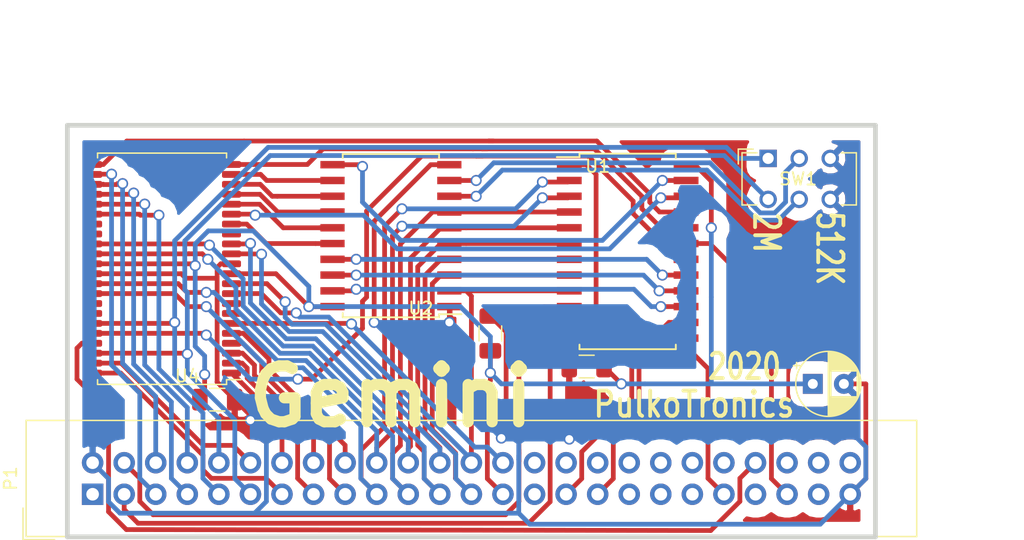
<source format=kicad_pcb>
(kicad_pcb (version 20171130) (host pcbnew 5.0.2+dfsg1-1)

  (general
    (thickness 1.6002)
    (drawings 11)
    (tracks 526)
    (zones 0)
    (modules 9)
    (nets 47)
  )

  (page User 152.4 119.99)
  (title_block
    (title FlashGordon)
    (date 2020-04-18)
    (rev 2020)
    (company PulkoTronics)
    (comment 1 "Flash memory interface for Amstrad CPC")
  )

  (layers
    (0 Dessus signal)
    (31 Dessous signal)
    (32 B.Adhes user)
    (33 F.Adhes user)
    (34 B.Paste user)
    (35 F.Paste user)
    (36 B.SilkS user)
    (37 F.SilkS user)
    (38 B.Mask user hide)
    (39 F.Mask user hide)
    (40 Dwgs.User user)
    (41 Cmts.User user)
    (42 Eco1.User user)
    (43 Eco2.User user)
    (44 Edge.Cuts user)
  )

  (setup
    (last_trace_width 0.381)
    (user_trace_width 0.2032)
    (user_trace_width 0.381)
    (user_trace_width 0.8001)
    (trace_clearance 0.2032)
    (zone_clearance 1.016)
    (zone_45_only no)
    (trace_min 0.1524)
    (segment_width 0.381)
    (edge_width 0.381)
    (via_size 0.889)
    (via_drill 0.635)
    (via_min_size 0.889)
    (via_min_drill 0.508)
    (user_via 1.50114 0.39878)
    (uvia_size 0.508)
    (uvia_drill 0.127)
    (uvias_allowed no)
    (uvia_min_size 0.508)
    (uvia_min_drill 0.127)
    (pcb_text_width 0.3048)
    (pcb_text_size 1.524 2.032)
    (mod_edge_width 0.381)
    (mod_text_size 1.524 1.524)
    (mod_text_width 0.3048)
    (pad_size 1.524 1.524)
    (pad_drill 0.8128)
    (pad_to_mask_clearance 0.254)
    (solder_mask_min_width 0.25)
    (aux_axis_origin 0 0)
    (visible_elements FFFFFFFF)
    (pcbplotparams
      (layerselection 0x00030_ffffffff)
      (usegerberextensions true)
      (usegerberattributes false)
      (usegerberadvancedattributes false)
      (creategerberjobfile false)
      (excludeedgelayer false)
      (linewidth 0.150000)
      (plotframeref false)
      (viasonmask false)
      (mode 1)
      (useauxorigin false)
      (hpglpennumber 1)
      (hpglpenspeed 20)
      (hpglpendiameter 15.000000)
      (psnegative false)
      (psa4output false)
      (plotreference true)
      (plotvalue true)
      (plotinvisibletext false)
      (padsonsilk false)
      (subtractmaskfromsilk true)
      (outputformat 1)
      (mirror false)
      (drillshape 1)
      (scaleselection 1)
      (outputdirectory "GERBER/"))
  )

  (net 0 "")
  (net 1 /A0)
  (net 2 /A1)
  (net 3 /A10)
  (net 4 /A11)
  (net 5 /A12)
  (net 6 /A13)
  (net 7 /A15)
  (net 8 /A2)
  (net 9 /A3)
  (net 10 /A4)
  (net 11 /A5)
  (net 12 /A6)
  (net 13 /A7)
  (net 14 /A8)
  (net 15 /A9)
  (net 16 /D0)
  (net 17 /D1)
  (net 18 /D2)
  (net 19 /D3)
  (net 20 /D4)
  (net 21 /D5)
  (net 22 /D6)
  (net 23 /D7)
  (net 24 GND)
  (net 25 IORQ)
  (net 26 MREQ)
  (net 27 VCC)
  (net 28 WR)
  (net 29 /A14)
  (net 30 RAMRD)
  (net 31 /XD2)
  (net 32 /XD1)
  (net 33 /XD0)
  (net 34 /RAMDIS)
  (net 35 /XA15)
  (net 36 /XA14)
  (net 37 /MMR)
  (net 38 /XA20)
  (net 39 /XA19)
  (net 40 /XA18)
  (net 41 /RAMWR)
  (net 42 /XA17)
  (net 43 /XA16)
  (net 44 /RESET)
  (net 45 /MA8)
  (net 46 /MA7)

  (net_class Default "Ceci est la Netclass par défaut"
    (clearance 0.2032)
    (trace_width 0.381)
    (via_dia 0.889)
    (via_drill 0.635)
    (uvia_dia 0.508)
    (uvia_drill 0.127)
    (add_net /A0)
    (add_net /A1)
    (add_net /A10)
    (add_net /A11)
    (add_net /A12)
    (add_net /A13)
    (add_net /A14)
    (add_net /A15)
    (add_net /A2)
    (add_net /A3)
    (add_net /A4)
    (add_net /A5)
    (add_net /A6)
    (add_net /A7)
    (add_net /A8)
    (add_net /A9)
    (add_net /D0)
    (add_net /D1)
    (add_net /D2)
    (add_net /D3)
    (add_net /D4)
    (add_net /D5)
    (add_net /D6)
    (add_net /D7)
    (add_net /MA7)
    (add_net /MA8)
    (add_net /MMR)
    (add_net /RAMDIS)
    (add_net /RAMWR)
    (add_net /RESET)
    (add_net /XA14)
    (add_net /XA15)
    (add_net /XA16)
    (add_net /XA17)
    (add_net /XA18)
    (add_net /XA19)
    (add_net /XA20)
    (add_net /XD0)
    (add_net /XD1)
    (add_net /XD2)
    (add_net GND)
    (add_net IORQ)
    (add_net MREQ)
    (add_net RAMRD)
    (add_net VCC)
    (add_net WR)
  )

  (module Button_Switch_THT:SW_CuK_JS202011CQN_DPDT_Straight (layer Dessus) (tedit 5A02FE31) (tstamp 5FC372B5)
    (at 103.378 39.624)
    (descr "CuK sub miniature slide switch, JS series, DPDT, right angle, http://www.ckswitches.com/media/1422/js.pdf")
    (tags "switch DPDT")
    (path /5FBA3EE1)
    (fp_text reference SW1 (at 2.413 1.651) (layer F.SilkS)
      (effects (font (size 1 1) (thickness 0.15)))
    )
    (fp_text value Switch_DSDP-byteeeprom (at 3 5) (layer F.Fab)
      (effects (font (size 1 1) (thickness 0.15)))
    )
    (fp_line (start -1 -0.35) (end -2 0.65) (layer F.Fab) (width 0.1))
    (fp_line (start -2.25 4.25) (end -2.25 -0.95) (layer F.CrtYd) (width 0.05))
    (fp_line (start 7.25 4.25) (end -2.25 4.25) (layer F.CrtYd) (width 0.05))
    (fp_line (start 7.25 -0.95) (end 7.25 4.25) (layer F.CrtYd) (width 0.05))
    (fp_line (start -2.25 -0.95) (end 7.25 -0.95) (layer F.CrtYd) (width 0.05))
    (fp_line (start -2.4 -0.75) (end -2.4 0.45) (layer F.SilkS) (width 0.12))
    (fp_line (start -1.2 -0.75) (end -2.4 -0.75) (layer F.SilkS) (width 0.12))
    (fp_line (start 7.1 3.75) (end 5.9 3.75) (layer F.SilkS) (width 0.12))
    (fp_line (start 7.1 -0.45) (end 7.1 3.75) (layer F.SilkS) (width 0.12))
    (fp_line (start 5.9 -0.45) (end 7.1 -0.45) (layer F.SilkS) (width 0.12))
    (fp_line (start -2.1 3.75) (end -0.9 3.75) (layer F.SilkS) (width 0.12))
    (fp_line (start -2.1 -0.45) (end -2.1 3.75) (layer F.SilkS) (width 0.12))
    (fp_line (start -0.9 -0.45) (end -2.1 -0.45) (layer F.SilkS) (width 0.12))
    (fp_text user %R (at 2 1.65) (layer F.Fab)
      (effects (font (size 1 1) (thickness 0.15)))
    )
    (fp_line (start -2 3.65) (end -2 0.65) (layer F.Fab) (width 0.1))
    (fp_line (start 7 3.65) (end -2 3.65) (layer F.Fab) (width 0.1))
    (fp_line (start 7 -0.35) (end 7 3.65) (layer F.Fab) (width 0.1))
    (fp_line (start -1 -0.35) (end 7 -0.35) (layer F.Fab) (width 0.1))
    (pad 1 thru_hole rect (at 0 0) (size 1.4 1.4) (drill 0.9) (layers *.Cu *.Mask)
      (net 14 /A8))
    (pad 2 thru_hole circle (at 2.5 0) (size 1.4 1.4) (drill 0.9) (layers *.Cu *.Mask)
      (net 45 /MA8))
    (pad 3 thru_hole circle (at 5 0) (size 1.4 1.4) (drill 0.9) (layers *.Cu *.Mask)
      (net 24 GND))
    (pad 4 thru_hole circle (at 0 3.3) (size 1.4 1.4) (drill 0.9) (layers *.Cu *.Mask)
      (net 13 /A7))
    (pad 5 thru_hole circle (at 2.5 3.3) (size 1.4 1.4) (drill 0.9) (layers *.Cu *.Mask)
      (net 46 /MA7))
    (pad 6 thru_hole circle (at 5 3.3) (size 1.4 1.4) (drill 0.9) (layers *.Cu *.Mask)
      (net 24 GND))
    (model ${KISYS3DMOD}/Button_Switch_THT.3dshapes/SW_CuK_JS202011CQN_DPDT_Straight.wrl
      (at (xyz 0 0 0))
      (scale (xyz 1 1 1))
      (rotate (xyz 0 0 0))
    )
  )

  (module Capacitor_SMD:C_1206_3216Metric (layer Dessus) (tedit 5FB58920) (tstamp 5FBF29FA)
    (at 81.026 53.721 90)
    (descr "Capacitor SMD 1206 (3216 Metric), square (rectangular) end terminal, IPC_7351 nominal, (Body size source: http://www.tortai-tech.com/upload/download/2011102023233369053.pdf), generated with kicad-footprint-generator")
    (tags capacitor)
    (path /5FB4E067)
    (attr smd)
    (fp_text reference C3 (at 0 -1.82 90) (layer Cmts.User)
      (effects (font (size 1 1) (thickness 0.15)))
    )
    (fp_text value C (at 0 1.82 90) (layer F.Fab)
      (effects (font (size 1 1) (thickness 0.15)))
    )
    (fp_line (start -1.6 0.8) (end -1.6 -0.8) (layer F.Fab) (width 0.1))
    (fp_line (start -1.6 -0.8) (end 1.6 -0.8) (layer F.Fab) (width 0.1))
    (fp_line (start 1.6 -0.8) (end 1.6 0.8) (layer F.Fab) (width 0.1))
    (fp_line (start 1.6 0.8) (end -1.6 0.8) (layer F.Fab) (width 0.1))
    (fp_line (start -0.602064 -0.91) (end 0.602064 -0.91) (layer F.SilkS) (width 0.12))
    (fp_line (start -0.602064 0.91) (end 0.602064 0.91) (layer F.SilkS) (width 0.12))
    (fp_line (start -2.28 1.12) (end -2.28 -1.12) (layer F.CrtYd) (width 0.05))
    (fp_line (start -2.28 -1.12) (end 2.28 -1.12) (layer F.CrtYd) (width 0.05))
    (fp_line (start 2.28 -1.12) (end 2.28 1.12) (layer F.CrtYd) (width 0.05))
    (fp_line (start 2.28 1.12) (end -2.28 1.12) (layer F.CrtYd) (width 0.05))
    (fp_text user %R (at 0 0 90) (layer F.Fab)
      (effects (font (size 0.8 0.8) (thickness 0.12)))
    )
    (pad 1 smd roundrect (at -1.4 0 90) (size 1.25 1.75) (layers Dessus F.Paste F.Mask) (roundrect_rratio 0.2)
      (net 27 VCC))
    (pad 2 smd roundrect (at 1.4 0 90) (size 1.25 1.75) (layers Dessus F.Paste F.Mask) (roundrect_rratio 0.2)
      (net 24 GND))
    (model ${KISYS3DMOD}/Capacitor_SMD.3dshapes/C_1206_3216Metric.wrl
      (at (xyz 0 0 0))
      (scale (xyz 1 1 1))
      (rotate (xyz 0 0 0))
    )
  )

  (module Connector_IDC:IDC-Header_2x25_P2.54mm_Vertical (layer Dessus) (tedit 59DE12FA) (tstamp 5FBF2ADF)
    (at 49.022 66.675 90)
    (descr "Through hole straight IDC box header, 2x25, 2.54mm pitch, double rows")
    (tags "Through hole IDC box header THT 2x25 2.54mm double row")
    (path /4CA8712F)
    (fp_text reference P1 (at 1.27 -6.604 90) (layer F.SilkS)
      (effects (font (size 1 1) (thickness 0.15)))
    )
    (fp_text value CONN_25X2 (at 1.27 67.564 90) (layer F.Fab)
      (effects (font (size 1 1) (thickness 0.15)))
    )
    (fp_text user %R (at 1.27 30.48 90) (layer F.Fab)
      (effects (font (size 1 1) (thickness 0.15)))
    )
    (fp_line (start 5.695 -5.1) (end 5.695 66.06) (layer F.Fab) (width 0.1))
    (fp_line (start 5.145 -4.56) (end 5.145 65.5) (layer F.Fab) (width 0.1))
    (fp_line (start -3.155 -5.1) (end -3.155 66.06) (layer F.Fab) (width 0.1))
    (fp_line (start -2.605 -4.56) (end -2.605 28.23) (layer F.Fab) (width 0.1))
    (fp_line (start -2.605 32.73) (end -2.605 65.5) (layer F.Fab) (width 0.1))
    (fp_line (start -2.605 28.23) (end -3.155 28.23) (layer F.Fab) (width 0.1))
    (fp_line (start -2.605 32.73) (end -3.155 32.73) (layer F.Fab) (width 0.1))
    (fp_line (start 5.695 -5.1) (end -3.155 -5.1) (layer F.Fab) (width 0.1))
    (fp_line (start 5.145 -4.56) (end -2.605 -4.56) (layer F.Fab) (width 0.1))
    (fp_line (start 5.695 66.06) (end -3.155 66.06) (layer F.Fab) (width 0.1))
    (fp_line (start 5.145 65.5) (end -2.605 65.5) (layer F.Fab) (width 0.1))
    (fp_line (start 5.695 -5.1) (end 5.145 -4.56) (layer F.Fab) (width 0.1))
    (fp_line (start 5.695 66.06) (end 5.145 65.5) (layer F.Fab) (width 0.1))
    (fp_line (start -3.155 -5.1) (end -2.605 -4.56) (layer F.Fab) (width 0.1))
    (fp_line (start -3.155 66.06) (end -2.605 65.5) (layer F.Fab) (width 0.1))
    (fp_line (start 5.95 -5.35) (end 5.95 66.31) (layer F.CrtYd) (width 0.05))
    (fp_line (start 5.95 66.31) (end -3.41 66.31) (layer F.CrtYd) (width 0.05))
    (fp_line (start -3.41 66.31) (end -3.41 -5.35) (layer F.CrtYd) (width 0.05))
    (fp_line (start -3.41 -5.35) (end 5.95 -5.35) (layer F.CrtYd) (width 0.05))
    (fp_line (start 5.945 -5.35) (end 5.945 66.31) (layer F.SilkS) (width 0.12))
    (fp_line (start 5.945 66.31) (end -3.405 66.31) (layer F.SilkS) (width 0.12))
    (fp_line (start -3.405 66.31) (end -3.405 -5.35) (layer F.SilkS) (width 0.12))
    (fp_line (start -3.405 -5.35) (end 5.945 -5.35) (layer F.SilkS) (width 0.12))
    (fp_line (start -3.655 -5.6) (end -3.655 -3.06) (layer F.SilkS) (width 0.12))
    (fp_line (start -3.655 -5.6) (end -1.115 -5.6) (layer F.SilkS) (width 0.12))
    (pad 1 thru_hole rect (at 0 0 90) (size 1.7272 1.7272) (drill 1.016) (layers *.Cu *.Mask))
    (pad 2 thru_hole oval (at 2.54 0 90) (size 1.7272 1.7272) (drill 1.016) (layers *.Cu *.Mask)
      (net 24 GND))
    (pad 3 thru_hole oval (at 0 2.54 90) (size 1.7272 1.7272) (drill 1.016) (layers *.Cu *.Mask)
      (net 7 /A15))
    (pad 4 thru_hole oval (at 2.54 2.54 90) (size 1.7272 1.7272) (drill 1.016) (layers *.Cu *.Mask)
      (net 29 /A14))
    (pad 5 thru_hole oval (at 0 5.08 90) (size 1.7272 1.7272) (drill 1.016) (layers *.Cu *.Mask)
      (net 6 /A13))
    (pad 6 thru_hole oval (at 2.54 5.08 90) (size 1.7272 1.7272) (drill 1.016) (layers *.Cu *.Mask)
      (net 5 /A12))
    (pad 7 thru_hole oval (at 0 7.62 90) (size 1.7272 1.7272) (drill 1.016) (layers *.Cu *.Mask)
      (net 4 /A11))
    (pad 8 thru_hole oval (at 2.54 7.62 90) (size 1.7272 1.7272) (drill 1.016) (layers *.Cu *.Mask)
      (net 3 /A10))
    (pad 9 thru_hole oval (at 0 10.16 90) (size 1.7272 1.7272) (drill 1.016) (layers *.Cu *.Mask)
      (net 15 /A9))
    (pad 10 thru_hole oval (at 2.54 10.16 90) (size 1.7272 1.7272) (drill 1.016) (layers *.Cu *.Mask)
      (net 14 /A8))
    (pad 11 thru_hole oval (at 0 12.7 90) (size 1.7272 1.7272) (drill 1.016) (layers *.Cu *.Mask)
      (net 13 /A7))
    (pad 12 thru_hole oval (at 2.54 12.7 90) (size 1.7272 1.7272) (drill 1.016) (layers *.Cu *.Mask)
      (net 12 /A6))
    (pad 13 thru_hole oval (at 0 15.24 90) (size 1.7272 1.7272) (drill 1.016) (layers *.Cu *.Mask)
      (net 11 /A5))
    (pad 14 thru_hole oval (at 2.54 15.24 90) (size 1.7272 1.7272) (drill 1.016) (layers *.Cu *.Mask)
      (net 10 /A4))
    (pad 15 thru_hole oval (at 0 17.78 90) (size 1.7272 1.7272) (drill 1.016) (layers *.Cu *.Mask)
      (net 9 /A3))
    (pad 16 thru_hole oval (at 2.54 17.78 90) (size 1.7272 1.7272) (drill 1.016) (layers *.Cu *.Mask)
      (net 8 /A2))
    (pad 17 thru_hole oval (at 0 20.32 90) (size 1.7272 1.7272) (drill 1.016) (layers *.Cu *.Mask)
      (net 2 /A1))
    (pad 18 thru_hole oval (at 2.54 20.32 90) (size 1.7272 1.7272) (drill 1.016) (layers *.Cu *.Mask)
      (net 1 /A0))
    (pad 19 thru_hole oval (at 0 22.86 90) (size 1.7272 1.7272) (drill 1.016) (layers *.Cu *.Mask)
      (net 23 /D7))
    (pad 20 thru_hole oval (at 2.54 22.86 90) (size 1.7272 1.7272) (drill 1.016) (layers *.Cu *.Mask)
      (net 22 /D6))
    (pad 21 thru_hole oval (at 0 25.4 90) (size 1.7272 1.7272) (drill 1.016) (layers *.Cu *.Mask)
      (net 21 /D5))
    (pad 22 thru_hole oval (at 2.54 25.4 90) (size 1.7272 1.7272) (drill 1.016) (layers *.Cu *.Mask)
      (net 20 /D4))
    (pad 23 thru_hole oval (at 0 27.94 90) (size 1.7272 1.7272) (drill 1.016) (layers *.Cu *.Mask)
      (net 19 /D3))
    (pad 24 thru_hole oval (at 2.54 27.94 90) (size 1.7272 1.7272) (drill 1.016) (layers *.Cu *.Mask)
      (net 18 /D2))
    (pad 25 thru_hole oval (at 0 30.48 90) (size 1.7272 1.7272) (drill 1.016) (layers *.Cu *.Mask)
      (net 17 /D1))
    (pad 26 thru_hole oval (at 2.54 30.48 90) (size 1.7272 1.7272) (drill 1.016) (layers *.Cu *.Mask)
      (net 16 /D0))
    (pad 27 thru_hole oval (at 0 33.02 90) (size 1.7272 1.7272) (drill 1.016) (layers *.Cu *.Mask)
      (net 27 VCC))
    (pad 28 thru_hole oval (at 2.54 33.02 90) (size 1.7272 1.7272) (drill 1.016) (layers *.Cu *.Mask)
      (net 26 MREQ))
    (pad 29 thru_hole oval (at 0 35.56 90) (size 1.7272 1.7272) (drill 1.016) (layers *.Cu *.Mask))
    (pad 30 thru_hole oval (at 2.54 35.56 90) (size 1.7272 1.7272) (drill 1.016) (layers *.Cu *.Mask))
    (pad 31 thru_hole oval (at 0 38.1 90) (size 1.7272 1.7272) (drill 1.016) (layers *.Cu *.Mask)
      (net 25 IORQ))
    (pad 32 thru_hole oval (at 2.54 38.1 90) (size 1.7272 1.7272) (drill 1.016) (layers *.Cu *.Mask))
    (pad 33 thru_hole oval (at 0 40.64 90) (size 1.7272 1.7272) (drill 1.016) (layers *.Cu *.Mask)
      (net 28 WR))
    (pad 34 thru_hole oval (at 2.54 40.64 90) (size 1.7272 1.7272) (drill 1.016) (layers *.Cu *.Mask))
    (pad 35 thru_hole oval (at 0 43.18 90) (size 1.7272 1.7272) (drill 1.016) (layers *.Cu *.Mask))
    (pad 36 thru_hole oval (at 2.54 43.18 90) (size 1.7272 1.7272) (drill 1.016) (layers *.Cu *.Mask))
    (pad 37 thru_hole oval (at 0 45.72 90) (size 1.7272 1.7272) (drill 1.016) (layers *.Cu *.Mask))
    (pad 38 thru_hole oval (at 2.54 45.72 90) (size 1.7272 1.7272) (drill 1.016) (layers *.Cu *.Mask))
    (pad 39 thru_hole oval (at 0 48.26 90) (size 1.7272 1.7272) (drill 1.016) (layers *.Cu *.Mask))
    (pad 40 thru_hole oval (at 2.54 48.26 90) (size 1.7272 1.7272) (drill 1.016) (layers *.Cu *.Mask))
    (pad 41 thru_hole oval (at 0 50.8 90) (size 1.7272 1.7272) (drill 1.016) (layers *.Cu *.Mask)
      (net 44 /RESET))
    (pad 42 thru_hole oval (at 2.54 50.8 90) (size 1.7272 1.7272) (drill 1.016) (layers *.Cu *.Mask))
    (pad 43 thru_hole oval (at 0 53.34 90) (size 1.7272 1.7272) (drill 1.016) (layers *.Cu *.Mask))
    (pad 44 thru_hole oval (at 2.54 53.34 90) (size 1.7272 1.7272) (drill 1.016) (layers *.Cu *.Mask)
      (net 30 RAMRD))
    (pad 45 thru_hole oval (at 0 55.88 90) (size 1.7272 1.7272) (drill 1.016) (layers *.Cu *.Mask)
      (net 34 /RAMDIS))
    (pad 46 thru_hole oval (at 2.54 55.88 90) (size 1.7272 1.7272) (drill 1.016) (layers *.Cu *.Mask))
    (pad 47 thru_hole oval (at 0 58.42 90) (size 1.7272 1.7272) (drill 1.016) (layers *.Cu *.Mask))
    (pad 48 thru_hole oval (at 2.54 58.42 90) (size 1.7272 1.7272) (drill 1.016) (layers *.Cu *.Mask))
    (pad 49 thru_hole oval (at 0 60.96 90) (size 1.7272 1.7272) (drill 1.016) (layers *.Cu *.Mask)
      (net 24 GND))
    (pad 50 thru_hole oval (at 2.54 60.96 90) (size 1.7272 1.7272) (drill 1.016) (layers *.Cu *.Mask))
    (model ${KISYS3DMOD}/Connector_IDC.3dshapes/IDC-Header_2x25_P2.54mm_Vertical.wrl
      (at (xyz 0 0 0))
      (scale (xyz 1 1 1))
      (rotate (xyz 0 0 0))
    )
  )

  (module Package_SO:SOIC-20W_7.5x12.8mm_P1.27mm (layer Dessus) (tedit 5A02F2D3) (tstamp 5FBF2B2C)
    (at 73.025 45.847 180)
    (descr "20-Lead Plastic Small Outline (SO) - Wide, 7.50 mm Body [SOIC] (see Microchip Packaging Specification 00000049BS.pdf)")
    (tags "SOIC 1.27")
    (path /5FB3A5F5)
    (attr smd)
    (fp_text reference U2 (at -2.413 -5.842 180) (layer F.SilkS)
      (effects (font (size 1 1) (thickness 0.15)))
    )
    (fp_text value 74LS574 (at 0 7.5 180) (layer F.Fab)
      (effects (font (size 1 1) (thickness 0.15)))
    )
    (fp_text user %R (at 0 0 180) (layer F.Fab)
      (effects (font (size 1 1) (thickness 0.15)))
    )
    (fp_line (start -2.75 -6.4) (end 3.75 -6.4) (layer F.Fab) (width 0.15))
    (fp_line (start 3.75 -6.4) (end 3.75 6.4) (layer F.Fab) (width 0.15))
    (fp_line (start 3.75 6.4) (end -3.75 6.4) (layer F.Fab) (width 0.15))
    (fp_line (start -3.75 6.4) (end -3.75 -5.4) (layer F.Fab) (width 0.15))
    (fp_line (start -3.75 -5.4) (end -2.75 -6.4) (layer F.Fab) (width 0.15))
    (fp_line (start -5.95 -6.75) (end -5.95 6.75) (layer F.CrtYd) (width 0.05))
    (fp_line (start 5.95 -6.75) (end 5.95 6.75) (layer F.CrtYd) (width 0.05))
    (fp_line (start -5.95 -6.75) (end 5.95 -6.75) (layer F.CrtYd) (width 0.05))
    (fp_line (start -5.95 6.75) (end 5.95 6.75) (layer F.CrtYd) (width 0.05))
    (fp_line (start -3.875 -6.575) (end -3.875 -6.325) (layer F.SilkS) (width 0.15))
    (fp_line (start 3.875 -6.575) (end 3.875 -6.24) (layer F.SilkS) (width 0.15))
    (fp_line (start 3.875 6.575) (end 3.875 6.24) (layer F.SilkS) (width 0.15))
    (fp_line (start -3.875 6.575) (end -3.875 6.24) (layer F.SilkS) (width 0.15))
    (fp_line (start -3.875 -6.575) (end 3.875 -6.575) (layer F.SilkS) (width 0.15))
    (fp_line (start -3.875 6.575) (end 3.875 6.575) (layer F.SilkS) (width 0.15))
    (fp_line (start -3.875 -6.325) (end -5.675 -6.325) (layer F.SilkS) (width 0.15))
    (pad 1 smd rect (at -4.7 -5.715 180) (size 1.95 0.6) (layers Dessus F.Paste F.Mask)
      (net 24 GND))
    (pad 2 smd rect (at -4.7 -4.445 180) (size 1.95 0.6) (layers Dessus F.Paste F.Mask)
      (net 16 /D0))
    (pad 3 smd rect (at -4.7 -3.175 180) (size 1.95 0.6) (layers Dessus F.Paste F.Mask)
      (net 17 /D1))
    (pad 4 smd rect (at -4.7 -1.905 180) (size 1.95 0.6) (layers Dessus F.Paste F.Mask)
      (net 18 /D2))
    (pad 5 smd rect (at -4.7 -0.635 180) (size 1.95 0.6) (layers Dessus F.Paste F.Mask)
      (net 19 /D3))
    (pad 6 smd rect (at -4.7 0.635 180) (size 1.95 0.6) (layers Dessus F.Paste F.Mask)
      (net 20 /D4))
    (pad 7 smd rect (at -4.7 1.905 180) (size 1.95 0.6) (layers Dessus F.Paste F.Mask)
      (net 21 /D5))
    (pad 8 smd rect (at -4.7 3.175 180) (size 1.95 0.6) (layers Dessus F.Paste F.Mask)
      (net 46 /MA7))
    (pad 9 smd rect (at -4.7 4.445 180) (size 1.95 0.6) (layers Dessus F.Paste F.Mask)
      (net 45 /MA8))
    (pad 10 smd rect (at -4.7 5.715 180) (size 1.95 0.6) (layers Dessus F.Paste F.Mask)
      (net 24 GND))
    (pad 11 smd rect (at 4.7 5.715 180) (size 1.95 0.6) (layers Dessus F.Paste F.Mask)
      (net 37 /MMR))
    (pad 12 smd rect (at 4.7 4.445 180) (size 1.95 0.6) (layers Dessus F.Paste F.Mask)
      (net 43 /XA16))
    (pad 13 smd rect (at 4.7 3.175 180) (size 1.95 0.6) (layers Dessus F.Paste F.Mask)
      (net 42 /XA17))
    (pad 14 smd rect (at 4.7 1.905 180) (size 1.95 0.6) (layers Dessus F.Paste F.Mask)
      (net 40 /XA18))
    (pad 15 smd rect (at 4.7 0.635 180) (size 1.95 0.6) (layers Dessus F.Paste F.Mask)
      (net 39 /XA19))
    (pad 16 smd rect (at 4.7 -0.635 180) (size 1.95 0.6) (layers Dessus F.Paste F.Mask)
      (net 38 /XA20))
    (pad 17 smd rect (at 4.7 -1.905 180) (size 1.95 0.6) (layers Dessus F.Paste F.Mask)
      (net 31 /XD2))
    (pad 18 smd rect (at 4.7 -3.175 180) (size 1.95 0.6) (layers Dessus F.Paste F.Mask)
      (net 32 /XD1))
    (pad 19 smd rect (at 4.7 -4.445 180) (size 1.95 0.6) (layers Dessus F.Paste F.Mask)
      (net 33 /XD0))
    (pad 20 smd rect (at 4.7 -5.715 180) (size 1.95 0.6) (layers Dessus F.Paste F.Mask)
      (net 27 VCC))
    (model ${KISYS3DMOD}/Package_SO.3dshapes/SOIC-20W_7.5x12.8mm_P1.27mm.wrl
      (at (xyz 0 0 0))
      (scale (xyz 1 1 1))
      (rotate (xyz 0 0 0))
    )
  )

  (module Capacitor_SMD:C_1206_3216Metric (layer Dessus) (tedit 5FB5891B) (tstamp 5FBF29D8)
    (at 88.776 56.388 180)
    (descr "Capacitor SMD 1206 (3216 Metric), square (rectangular) end terminal, IPC_7351 nominal, (Body size source: http://www.tortai-tech.com/upload/download/2011102023233369053.pdf), generated with kicad-footprint-generator")
    (tags capacitor)
    (path /5FB4DF4E)
    (attr smd)
    (fp_text reference C1 (at 0 -1.82 180) (layer Cmts.User)
      (effects (font (size 1 1) (thickness 0.15)))
    )
    (fp_text value C (at 0 1.82 180) (layer F.Fab)
      (effects (font (size 1 1) (thickness 0.15)))
    )
    (fp_line (start -1.6 0.8) (end -1.6 -0.8) (layer F.Fab) (width 0.1))
    (fp_line (start -1.6 -0.8) (end 1.6 -0.8) (layer F.Fab) (width 0.1))
    (fp_line (start 1.6 -0.8) (end 1.6 0.8) (layer F.Fab) (width 0.1))
    (fp_line (start 1.6 0.8) (end -1.6 0.8) (layer F.Fab) (width 0.1))
    (fp_line (start -0.602064 -0.91) (end 0.602064 -0.91) (layer F.SilkS) (width 0.12))
    (fp_line (start -0.602064 0.91) (end 0.602064 0.91) (layer F.SilkS) (width 0.12))
    (fp_line (start -2.28 1.12) (end -2.28 -1.12) (layer F.CrtYd) (width 0.05))
    (fp_line (start -2.28 -1.12) (end 2.28 -1.12) (layer F.CrtYd) (width 0.05))
    (fp_line (start 2.28 -1.12) (end 2.28 1.12) (layer F.CrtYd) (width 0.05))
    (fp_line (start 2.28 1.12) (end -2.28 1.12) (layer F.CrtYd) (width 0.05))
    (fp_text user %R (at 0 0 180) (layer F.Fab)
      (effects (font (size 0.8 0.8) (thickness 0.12)))
    )
    (pad 1 smd roundrect (at -1.4 0 180) (size 1.25 1.75) (layers Dessus F.Paste F.Mask) (roundrect_rratio 0.2)
      (net 27 VCC))
    (pad 2 smd roundrect (at 1.4 0 180) (size 1.25 1.75) (layers Dessus F.Paste F.Mask) (roundrect_rratio 0.2)
      (net 24 GND))
    (model ${KISYS3DMOD}/Capacitor_SMD.3dshapes/C_1206_3216Metric.wrl
      (at (xyz 0 0 0))
      (scale (xyz 1 1 1))
      (rotate (xyz 0 0 0))
    )
  )

  (module Capacitor_SMD:C_1206_3216Metric (layer Dessus) (tedit 5FB58927) (tstamp 5FBF29E9)
    (at 59.055 59.055)
    (descr "Capacitor SMD 1206 (3216 Metric), square (rectangular) end terminal, IPC_7351 nominal, (Body size source: http://www.tortai-tech.com/upload/download/2011102023233369053.pdf), generated with kicad-footprint-generator")
    (tags capacitor)
    (path /5FB4E00C)
    (attr smd)
    (fp_text reference C2 (at 0 -1.82) (layer Cmts.User)
      (effects (font (size 1 1) (thickness 0.15)))
    )
    (fp_text value C (at 0 1.82) (layer F.Fab)
      (effects (font (size 1 1) (thickness 0.15)))
    )
    (fp_text user %R (at 0 0) (layer F.Fab)
      (effects (font (size 0.8 0.8) (thickness 0.12)))
    )
    (fp_line (start 2.28 1.12) (end -2.28 1.12) (layer F.CrtYd) (width 0.05))
    (fp_line (start 2.28 -1.12) (end 2.28 1.12) (layer F.CrtYd) (width 0.05))
    (fp_line (start -2.28 -1.12) (end 2.28 -1.12) (layer F.CrtYd) (width 0.05))
    (fp_line (start -2.28 1.12) (end -2.28 -1.12) (layer F.CrtYd) (width 0.05))
    (fp_line (start -0.602064 0.91) (end 0.602064 0.91) (layer F.SilkS) (width 0.12))
    (fp_line (start -0.602064 -0.91) (end 0.602064 -0.91) (layer F.SilkS) (width 0.12))
    (fp_line (start 1.6 0.8) (end -1.6 0.8) (layer F.Fab) (width 0.1))
    (fp_line (start 1.6 -0.8) (end 1.6 0.8) (layer F.Fab) (width 0.1))
    (fp_line (start -1.6 -0.8) (end 1.6 -0.8) (layer F.Fab) (width 0.1))
    (fp_line (start -1.6 0.8) (end -1.6 -0.8) (layer F.Fab) (width 0.1))
    (pad 2 smd roundrect (at 1.4 0) (size 1.25 1.75) (layers Dessus F.Paste F.Mask) (roundrect_rratio 0.2)
      (net 24 GND))
    (pad 1 smd roundrect (at -1.4 0) (size 1.25 1.75) (layers Dessus F.Paste F.Mask) (roundrect_rratio 0.2)
      (net 27 VCC))
    (model ${KISYS3DMOD}/Capacitor_SMD.3dshapes/C_1206_3216Metric.wrl
      (at (xyz 0 0 0))
      (scale (xyz 1 1 1))
      (rotate (xyz 0 0 0))
    )
  )

  (module Capacitor_THT:CP_Radial_D5.0mm_P2.50mm (layer Dessus) (tedit 5FB58914) (tstamp 5FBF2A8F)
    (at 106.974 57.785)
    (descr "CP, Radial series, Radial, pin pitch=2.50mm, , diameter=5mm, Electrolytic Capacitor")
    (tags "CP Radial series Radial pin pitch 2.50mm  diameter 5mm Electrolytic Capacitor")
    (path /5FB4E0EC)
    (fp_text reference C5 (at 1.25 -3.75) (layer Cmts.User)
      (effects (font (size 1 1) (thickness 0.15)))
    )
    (fp_text value CP (at 1.25 3.75) (layer F.Fab)
      (effects (font (size 1 1) (thickness 0.15)))
    )
    (fp_circle (center 1.25 0) (end 3.75 0) (layer F.Fab) (width 0.1))
    (fp_circle (center 1.25 0) (end 3.87 0) (layer F.SilkS) (width 0.12))
    (fp_circle (center 1.25 0) (end 4 0) (layer F.CrtYd) (width 0.05))
    (fp_line (start -0.883605 -1.0875) (end -0.383605 -1.0875) (layer F.Fab) (width 0.1))
    (fp_line (start -0.633605 -1.3375) (end -0.633605 -0.8375) (layer F.Fab) (width 0.1))
    (fp_line (start 1.25 -2.58) (end 1.25 2.58) (layer F.SilkS) (width 0.12))
    (fp_line (start 1.29 -2.58) (end 1.29 2.58) (layer F.SilkS) (width 0.12))
    (fp_line (start 1.33 -2.579) (end 1.33 2.579) (layer F.SilkS) (width 0.12))
    (fp_line (start 1.37 -2.578) (end 1.37 2.578) (layer F.SilkS) (width 0.12))
    (fp_line (start 1.41 -2.576) (end 1.41 2.576) (layer F.SilkS) (width 0.12))
    (fp_line (start 1.45 -2.573) (end 1.45 2.573) (layer F.SilkS) (width 0.12))
    (fp_line (start 1.49 -2.569) (end 1.49 -1.04) (layer F.SilkS) (width 0.12))
    (fp_line (start 1.49 1.04) (end 1.49 2.569) (layer F.SilkS) (width 0.12))
    (fp_line (start 1.53 -2.565) (end 1.53 -1.04) (layer F.SilkS) (width 0.12))
    (fp_line (start 1.53 1.04) (end 1.53 2.565) (layer F.SilkS) (width 0.12))
    (fp_line (start 1.57 -2.561) (end 1.57 -1.04) (layer F.SilkS) (width 0.12))
    (fp_line (start 1.57 1.04) (end 1.57 2.561) (layer F.SilkS) (width 0.12))
    (fp_line (start 1.61 -2.556) (end 1.61 -1.04) (layer F.SilkS) (width 0.12))
    (fp_line (start 1.61 1.04) (end 1.61 2.556) (layer F.SilkS) (width 0.12))
    (fp_line (start 1.65 -2.55) (end 1.65 -1.04) (layer F.SilkS) (width 0.12))
    (fp_line (start 1.65 1.04) (end 1.65 2.55) (layer F.SilkS) (width 0.12))
    (fp_line (start 1.69 -2.543) (end 1.69 -1.04) (layer F.SilkS) (width 0.12))
    (fp_line (start 1.69 1.04) (end 1.69 2.543) (layer F.SilkS) (width 0.12))
    (fp_line (start 1.73 -2.536) (end 1.73 -1.04) (layer F.SilkS) (width 0.12))
    (fp_line (start 1.73 1.04) (end 1.73 2.536) (layer F.SilkS) (width 0.12))
    (fp_line (start 1.77 -2.528) (end 1.77 -1.04) (layer F.SilkS) (width 0.12))
    (fp_line (start 1.77 1.04) (end 1.77 2.528) (layer F.SilkS) (width 0.12))
    (fp_line (start 1.81 -2.52) (end 1.81 -1.04) (layer F.SilkS) (width 0.12))
    (fp_line (start 1.81 1.04) (end 1.81 2.52) (layer F.SilkS) (width 0.12))
    (fp_line (start 1.85 -2.511) (end 1.85 -1.04) (layer F.SilkS) (width 0.12))
    (fp_line (start 1.85 1.04) (end 1.85 2.511) (layer F.SilkS) (width 0.12))
    (fp_line (start 1.89 -2.501) (end 1.89 -1.04) (layer F.SilkS) (width 0.12))
    (fp_line (start 1.89 1.04) (end 1.89 2.501) (layer F.SilkS) (width 0.12))
    (fp_line (start 1.93 -2.491) (end 1.93 -1.04) (layer F.SilkS) (width 0.12))
    (fp_line (start 1.93 1.04) (end 1.93 2.491) (layer F.SilkS) (width 0.12))
    (fp_line (start 1.971 -2.48) (end 1.971 -1.04) (layer F.SilkS) (width 0.12))
    (fp_line (start 1.971 1.04) (end 1.971 2.48) (layer F.SilkS) (width 0.12))
    (fp_line (start 2.011 -2.468) (end 2.011 -1.04) (layer F.SilkS) (width 0.12))
    (fp_line (start 2.011 1.04) (end 2.011 2.468) (layer F.SilkS) (width 0.12))
    (fp_line (start 2.051 -2.455) (end 2.051 -1.04) (layer F.SilkS) (width 0.12))
    (fp_line (start 2.051 1.04) (end 2.051 2.455) (layer F.SilkS) (width 0.12))
    (fp_line (start 2.091 -2.442) (end 2.091 -1.04) (layer F.SilkS) (width 0.12))
    (fp_line (start 2.091 1.04) (end 2.091 2.442) (layer F.SilkS) (width 0.12))
    (fp_line (start 2.131 -2.428) (end 2.131 -1.04) (layer F.SilkS) (width 0.12))
    (fp_line (start 2.131 1.04) (end 2.131 2.428) (layer F.SilkS) (width 0.12))
    (fp_line (start 2.171 -2.414) (end 2.171 -1.04) (layer F.SilkS) (width 0.12))
    (fp_line (start 2.171 1.04) (end 2.171 2.414) (layer F.SilkS) (width 0.12))
    (fp_line (start 2.211 -2.398) (end 2.211 -1.04) (layer F.SilkS) (width 0.12))
    (fp_line (start 2.211 1.04) (end 2.211 2.398) (layer F.SilkS) (width 0.12))
    (fp_line (start 2.251 -2.382) (end 2.251 -1.04) (layer F.SilkS) (width 0.12))
    (fp_line (start 2.251 1.04) (end 2.251 2.382) (layer F.SilkS) (width 0.12))
    (fp_line (start 2.291 -2.365) (end 2.291 -1.04) (layer F.SilkS) (width 0.12))
    (fp_line (start 2.291 1.04) (end 2.291 2.365) (layer F.SilkS) (width 0.12))
    (fp_line (start 2.331 -2.348) (end 2.331 -1.04) (layer F.SilkS) (width 0.12))
    (fp_line (start 2.331 1.04) (end 2.331 2.348) (layer F.SilkS) (width 0.12))
    (fp_line (start 2.371 -2.329) (end 2.371 -1.04) (layer F.SilkS) (width 0.12))
    (fp_line (start 2.371 1.04) (end 2.371 2.329) (layer F.SilkS) (width 0.12))
    (fp_line (start 2.411 -2.31) (end 2.411 -1.04) (layer F.SilkS) (width 0.12))
    (fp_line (start 2.411 1.04) (end 2.411 2.31) (layer F.SilkS) (width 0.12))
    (fp_line (start 2.451 -2.29) (end 2.451 -1.04) (layer F.SilkS) (width 0.12))
    (fp_line (start 2.451 1.04) (end 2.451 2.29) (layer F.SilkS) (width 0.12))
    (fp_line (start 2.491 -2.268) (end 2.491 -1.04) (layer F.SilkS) (width 0.12))
    (fp_line (start 2.491 1.04) (end 2.491 2.268) (layer F.SilkS) (width 0.12))
    (fp_line (start 2.531 -2.247) (end 2.531 -1.04) (layer F.SilkS) (width 0.12))
    (fp_line (start 2.531 1.04) (end 2.531 2.247) (layer F.SilkS) (width 0.12))
    (fp_line (start 2.571 -2.224) (end 2.571 -1.04) (layer F.SilkS) (width 0.12))
    (fp_line (start 2.571 1.04) (end 2.571 2.224) (layer F.SilkS) (width 0.12))
    (fp_line (start 2.611 -2.2) (end 2.611 -1.04) (layer F.SilkS) (width 0.12))
    (fp_line (start 2.611 1.04) (end 2.611 2.2) (layer F.SilkS) (width 0.12))
    (fp_line (start 2.651 -2.175) (end 2.651 -1.04) (layer F.SilkS) (width 0.12))
    (fp_line (start 2.651 1.04) (end 2.651 2.175) (layer F.SilkS) (width 0.12))
    (fp_line (start 2.691 -2.149) (end 2.691 -1.04) (layer F.SilkS) (width 0.12))
    (fp_line (start 2.691 1.04) (end 2.691 2.149) (layer F.SilkS) (width 0.12))
    (fp_line (start 2.731 -2.122) (end 2.731 -1.04) (layer F.SilkS) (width 0.12))
    (fp_line (start 2.731 1.04) (end 2.731 2.122) (layer F.SilkS) (width 0.12))
    (fp_line (start 2.771 -2.095) (end 2.771 -1.04) (layer F.SilkS) (width 0.12))
    (fp_line (start 2.771 1.04) (end 2.771 2.095) (layer F.SilkS) (width 0.12))
    (fp_line (start 2.811 -2.065) (end 2.811 -1.04) (layer F.SilkS) (width 0.12))
    (fp_line (start 2.811 1.04) (end 2.811 2.065) (layer F.SilkS) (width 0.12))
    (fp_line (start 2.851 -2.035) (end 2.851 -1.04) (layer F.SilkS) (width 0.12))
    (fp_line (start 2.851 1.04) (end 2.851 2.035) (layer F.SilkS) (width 0.12))
    (fp_line (start 2.891 -2.004) (end 2.891 -1.04) (layer F.SilkS) (width 0.12))
    (fp_line (start 2.891 1.04) (end 2.891 2.004) (layer F.SilkS) (width 0.12))
    (fp_line (start 2.931 -1.971) (end 2.931 -1.04) (layer F.SilkS) (width 0.12))
    (fp_line (start 2.931 1.04) (end 2.931 1.971) (layer F.SilkS) (width 0.12))
    (fp_line (start 2.971 -1.937) (end 2.971 -1.04) (layer F.SilkS) (width 0.12))
    (fp_line (start 2.971 1.04) (end 2.971 1.937) (layer F.SilkS) (width 0.12))
    (fp_line (start 3.011 -1.901) (end 3.011 -1.04) (layer F.SilkS) (width 0.12))
    (fp_line (start 3.011 1.04) (end 3.011 1.901) (layer F.SilkS) (width 0.12))
    (fp_line (start 3.051 -1.864) (end 3.051 -1.04) (layer F.SilkS) (width 0.12))
    (fp_line (start 3.051 1.04) (end 3.051 1.864) (layer F.SilkS) (width 0.12))
    (fp_line (start 3.091 -1.826) (end 3.091 -1.04) (layer F.SilkS) (width 0.12))
    (fp_line (start 3.091 1.04) (end 3.091 1.826) (layer F.SilkS) (width 0.12))
    (fp_line (start 3.131 -1.785) (end 3.131 -1.04) (layer F.SilkS) (width 0.12))
    (fp_line (start 3.131 1.04) (end 3.131 1.785) (layer F.SilkS) (width 0.12))
    (fp_line (start 3.171 -1.743) (end 3.171 -1.04) (layer F.SilkS) (width 0.12))
    (fp_line (start 3.171 1.04) (end 3.171 1.743) (layer F.SilkS) (width 0.12))
    (fp_line (start 3.211 -1.699) (end 3.211 -1.04) (layer F.SilkS) (width 0.12))
    (fp_line (start 3.211 1.04) (end 3.211 1.699) (layer F.SilkS) (width 0.12))
    (fp_line (start 3.251 -1.653) (end 3.251 -1.04) (layer F.SilkS) (width 0.12))
    (fp_line (start 3.251 1.04) (end 3.251 1.653) (layer F.SilkS) (width 0.12))
    (fp_line (start 3.291 -1.605) (end 3.291 -1.04) (layer F.SilkS) (width 0.12))
    (fp_line (start 3.291 1.04) (end 3.291 1.605) (layer F.SilkS) (width 0.12))
    (fp_line (start 3.331 -1.554) (end 3.331 -1.04) (layer F.SilkS) (width 0.12))
    (fp_line (start 3.331 1.04) (end 3.331 1.554) (layer F.SilkS) (width 0.12))
    (fp_line (start 3.371 -1.5) (end 3.371 -1.04) (layer F.SilkS) (width 0.12))
    (fp_line (start 3.371 1.04) (end 3.371 1.5) (layer F.SilkS) (width 0.12))
    (fp_line (start 3.411 -1.443) (end 3.411 -1.04) (layer F.SilkS) (width 0.12))
    (fp_line (start 3.411 1.04) (end 3.411 1.443) (layer F.SilkS) (width 0.12))
    (fp_line (start 3.451 -1.383) (end 3.451 -1.04) (layer F.SilkS) (width 0.12))
    (fp_line (start 3.451 1.04) (end 3.451 1.383) (layer F.SilkS) (width 0.12))
    (fp_line (start 3.491 -1.319) (end 3.491 -1.04) (layer F.SilkS) (width 0.12))
    (fp_line (start 3.491 1.04) (end 3.491 1.319) (layer F.SilkS) (width 0.12))
    (fp_line (start 3.531 -1.251) (end 3.531 -1.04) (layer F.SilkS) (width 0.12))
    (fp_line (start 3.531 1.04) (end 3.531 1.251) (layer F.SilkS) (width 0.12))
    (fp_line (start 3.571 -1.178) (end 3.571 1.178) (layer F.SilkS) (width 0.12))
    (fp_line (start 3.611 -1.098) (end 3.611 1.098) (layer F.SilkS) (width 0.12))
    (fp_line (start 3.651 -1.011) (end 3.651 1.011) (layer F.SilkS) (width 0.12))
    (fp_line (start 3.691 -0.915) (end 3.691 0.915) (layer F.SilkS) (width 0.12))
    (fp_line (start 3.731 -0.805) (end 3.731 0.805) (layer F.SilkS) (width 0.12))
    (fp_line (start 3.771 -0.677) (end 3.771 0.677) (layer F.SilkS) (width 0.12))
    (fp_line (start 3.811 -0.518) (end 3.811 0.518) (layer F.SilkS) (width 0.12))
    (fp_line (start 3.851 -0.284) (end 3.851 0.284) (layer F.SilkS) (width 0.12))
    (fp_line (start -1.554775 -1.475) (end -1.054775 -1.475) (layer F.SilkS) (width 0.12))
    (fp_line (start -1.304775 -1.725) (end -1.304775 -1.225) (layer F.SilkS) (width 0.12))
    (fp_text user %R (at 1.25 0) (layer F.Fab)
      (effects (font (size 1 1) (thickness 0.15)))
    )
    (pad 1 thru_hole rect (at 0 0) (size 1.6 1.6) (drill 0.8) (layers *.Cu *.Mask)
      (net 27 VCC))
    (pad 2 thru_hole circle (at 2.5 0) (size 1.6 1.6) (drill 0.8) (layers *.Cu *.Mask)
      (net 24 GND))
    (model ${KISYS3DMOD}/Capacitor_THT.3dshapes/CP_Radial_D5.0mm_P2.50mm.wrl
      (at (xyz 0 0 0))
      (scale (xyz 1 1 1))
      (rotate (xyz 0 0 0))
    )
  )

  (module Package_SO:TSOP-II-44_10.16x18.41mm_P0.8mm (layer Dessus) (tedit 5B9EAF40) (tstamp 5FBF2B93)
    (at 54.61 48.514 180)
    (descr "TSOP-II, 44 Pin (http://www.issi.com/WW/pdf/61-64C5128AL.pdf), generated with kicad-footprint-generator ipc_gullwing_generator.py")
    (tags "TSOP-II SO")
    (path /5FB62A0C)
    (attr smd)
    (fp_text reference U4 (at -2.032 -8.636 180) (layer F.SilkS)
      (effects (font (size 1 1) (thickness 0.15)))
    )
    (fp_text value LY6220488 (at 0 10.16 180) (layer F.Fab)
      (effects (font (size 1 1) (thickness 0.15)))
    )
    (fp_line (start 0 9.315) (end 0 9.315) (layer B.Fab) (width 0.12))
    (fp_line (start 0 9.315) (end 5.19 9.315) (layer F.SilkS) (width 0.12))
    (fp_line (start 5.19 9.315) (end 5.19 8.935) (layer F.SilkS) (width 0.12))
    (fp_line (start 0 9.315) (end -5.19 9.315) (layer F.SilkS) (width 0.12))
    (fp_line (start -5.19 9.315) (end -5.19 8.935) (layer F.SilkS) (width 0.12))
    (fp_line (start 0 -9.315) (end 5.19 -9.315) (layer F.SilkS) (width 0.12))
    (fp_line (start 5.19 -9.315) (end 5.19 -8.935) (layer F.SilkS) (width 0.12))
    (fp_line (start 0 -9.315) (end -5.19 -9.315) (layer F.SilkS) (width 0.12))
    (fp_line (start -5.19 -9.315) (end -5.19 -8.935) (layer F.SilkS) (width 0.12))
    (fp_line (start -5.19 -8.935) (end -6.35 -8.935) (layer F.SilkS) (width 0.12))
    (fp_line (start -4.08 -9.205) (end 5.08 -9.205) (layer F.Fab) (width 0.1))
    (fp_line (start 5.08 -9.205) (end 5.08 9.205) (layer F.Fab) (width 0.1))
    (fp_line (start 5.08 9.205) (end -5.08 9.205) (layer F.Fab) (width 0.1))
    (fp_line (start -5.08 9.205) (end -5.08 -8.205) (layer F.Fab) (width 0.1))
    (fp_line (start -5.08 -8.205) (end -4.08 -9.205) (layer F.Fab) (width 0.1))
    (fp_line (start -6.6 -9.46) (end -6.6 9.46) (layer F.CrtYd) (width 0.05))
    (fp_line (start -6.6 9.46) (end 6.6 9.46) (layer F.CrtYd) (width 0.05))
    (fp_line (start 6.6 9.46) (end 6.6 -9.46) (layer F.CrtYd) (width 0.05))
    (fp_line (start 6.6 -9.46) (end -6.6 -9.46) (layer F.CrtYd) (width 0.05))
    (fp_text user %R (at 0 0 180) (layer F.Fab)
      (effects (font (size 1 1) (thickness 0.15)))
    )
    (pad 1 smd roundrect (at -5.5875 -8.4 180) (size 1.525 0.55) (layers Dessus F.Paste F.Mask) (roundrect_rratio 0.25)
      (net 10 /A4))
    (pad 2 smd roundrect (at -5.5875 -7.6 180) (size 1.525 0.55) (layers Dessus F.Paste F.Mask) (roundrect_rratio 0.25)
      (net 9 /A3))
    (pad 3 smd roundrect (at -5.5875 -6.8 180) (size 1.525 0.55) (layers Dessus F.Paste F.Mask) (roundrect_rratio 0.25)
      (net 8 /A2))
    (pad 4 smd roundrect (at -5.5875 -6 180) (size 1.525 0.55) (layers Dessus F.Paste F.Mask) (roundrect_rratio 0.25)
      (net 2 /A1))
    (pad 5 smd roundrect (at -5.5875 -5.2 180) (size 1.525 0.55) (layers Dessus F.Paste F.Mask) (roundrect_rratio 0.25)
      (net 1 /A0))
    (pad 6 smd roundrect (at -5.5875 -4.4 180) (size 1.525 0.55) (layers Dessus F.Paste F.Mask) (roundrect_rratio 0.25)
      (net 26 MREQ))
    (pad 7 smd roundrect (at -5.5875 -3.6 180) (size 1.525 0.55) (layers Dessus F.Paste F.Mask) (roundrect_rratio 0.25))
    (pad 8 smd roundrect (at -5.5875 -2.8 180) (size 1.525 0.55) (layers Dessus F.Paste F.Mask) (roundrect_rratio 0.25))
    (pad 9 smd roundrect (at -5.5875 -2 180) (size 1.525 0.55) (layers Dessus F.Paste F.Mask) (roundrect_rratio 0.25)
      (net 16 /D0))
    (pad 10 smd roundrect (at -5.5875 -1.2 180) (size 1.525 0.55) (layers Dessus F.Paste F.Mask) (roundrect_rratio 0.25)
      (net 17 /D1))
    (pad 11 smd roundrect (at -5.5875 -0.4 180) (size 1.525 0.55) (layers Dessus F.Paste F.Mask) (roundrect_rratio 0.25)
      (net 27 VCC))
    (pad 12 smd roundrect (at -5.5875 0.4 180) (size 1.525 0.55) (layers Dessus F.Paste F.Mask) (roundrect_rratio 0.25)
      (net 24 GND))
    (pad 13 smd roundrect (at -5.5875 1.2 180) (size 1.525 0.55) (layers Dessus F.Paste F.Mask) (roundrect_rratio 0.25)
      (net 18 /D2))
    (pad 14 smd roundrect (at -5.5875 2 180) (size 1.525 0.55) (layers Dessus F.Paste F.Mask) (roundrect_rratio 0.25)
      (net 19 /D3))
    (pad 15 smd roundrect (at -5.5875 2.8 180) (size 1.525 0.55) (layers Dessus F.Paste F.Mask) (roundrect_rratio 0.25))
    (pad 16 smd roundrect (at -5.5875 3.6 180) (size 1.525 0.55) (layers Dessus F.Paste F.Mask) (roundrect_rratio 0.25)
      (net 38 /XA20))
    (pad 17 smd roundrect (at -5.5875 4.4 180) (size 1.525 0.55) (layers Dessus F.Paste F.Mask) (roundrect_rratio 0.25)
      (net 41 /RAMWR))
    (pad 18 smd roundrect (at -5.5875 5.2 180) (size 1.525 0.55) (layers Dessus F.Paste F.Mask) (roundrect_rratio 0.25)
      (net 39 /XA19))
    (pad 19 smd roundrect (at -5.5875 6 180) (size 1.525 0.55) (layers Dessus F.Paste F.Mask) (roundrect_rratio 0.25)
      (net 40 /XA18))
    (pad 20 smd roundrect (at -5.5875 6.8 180) (size 1.525 0.55) (layers Dessus F.Paste F.Mask) (roundrect_rratio 0.25)
      (net 42 /XA17))
    (pad 21 smd roundrect (at -5.5875 7.6 180) (size 1.525 0.55) (layers Dessus F.Paste F.Mask) (roundrect_rratio 0.25)
      (net 43 /XA16))
    (pad 22 smd roundrect (at -5.5875 8.4 180) (size 1.525 0.55) (layers Dessus F.Paste F.Mask) (roundrect_rratio 0.25)
      (net 35 /XA15))
    (pad 23 smd roundrect (at 5.5875 8.4 180) (size 1.525 0.55) (layers Dessus F.Paste F.Mask) (roundrect_rratio 0.25)
      (net 36 /XA14))
    (pad 24 smd roundrect (at 5.5875 7.6 180) (size 1.525 0.55) (layers Dessus F.Paste F.Mask) (roundrect_rratio 0.25)
      (net 6 /A13))
    (pad 25 smd roundrect (at 5.5875 6.8 180) (size 1.525 0.55) (layers Dessus F.Paste F.Mask) (roundrect_rratio 0.25)
      (net 5 /A12))
    (pad 26 smd roundrect (at 5.5875 6 180) (size 1.525 0.55) (layers Dessus F.Paste F.Mask) (roundrect_rratio 0.25)
      (net 4 /A11))
    (pad 27 smd roundrect (at 5.5875 5.2 180) (size 1.525 0.55) (layers Dessus F.Paste F.Mask) (roundrect_rratio 0.25)
      (net 3 /A10))
    (pad 28 smd roundrect (at 5.5875 4.4 180) (size 1.525 0.55) (layers Dessus F.Paste F.Mask) (roundrect_rratio 0.25)
      (net 15 /A9))
    (pad 29 smd roundrect (at 5.5875 3.6 180) (size 1.525 0.55) (layers Dessus F.Paste F.Mask) (roundrect_rratio 0.25))
    (pad 30 smd roundrect (at 5.5875 2.8 180) (size 1.525 0.55) (layers Dessus F.Paste F.Mask) (roundrect_rratio 0.25))
    (pad 31 smd roundrect (at 5.5875 2 180) (size 1.525 0.55) (layers Dessus F.Paste F.Mask) (roundrect_rratio 0.25)
      (net 20 /D4))
    (pad 32 smd roundrect (at 5.5875 1.2 180) (size 1.525 0.55) (layers Dessus F.Paste F.Mask) (roundrect_rratio 0.25)
      (net 21 /D5))
    (pad 33 smd roundrect (at 5.5875 0.4 180) (size 1.525 0.55) (layers Dessus F.Paste F.Mask) (roundrect_rratio 0.25)
      (net 27 VCC))
    (pad 34 smd roundrect (at 5.5875 -0.4 180) (size 1.525 0.55) (layers Dessus F.Paste F.Mask) (roundrect_rratio 0.25)
      (net 24 GND))
    (pad 35 smd roundrect (at 5.5875 -1.2 180) (size 1.525 0.55) (layers Dessus F.Paste F.Mask) (roundrect_rratio 0.25)
      (net 22 /D6))
    (pad 36 smd roundrect (at 5.5875 -2 180) (size 1.525 0.55) (layers Dessus F.Paste F.Mask) (roundrect_rratio 0.25)
      (net 23 /D7))
    (pad 37 smd roundrect (at 5.5875 -2.8 180) (size 1.525 0.55) (layers Dessus F.Paste F.Mask) (roundrect_rratio 0.25))
    (pad 38 smd roundrect (at 5.5875 -3.6 180) (size 1.525 0.55) (layers Dessus F.Paste F.Mask) (roundrect_rratio 0.25))
    (pad 39 smd roundrect (at 5.5875 -4.4 180) (size 1.525 0.55) (layers Dessus F.Paste F.Mask) (roundrect_rratio 0.25)
      (net 14 /A8))
    (pad 40 smd roundrect (at 5.5875 -5.2 180) (size 1.525 0.55) (layers Dessus F.Paste F.Mask) (roundrect_rratio 0.25)
      (net 34 /RAMDIS))
    (pad 41 smd roundrect (at 5.5875 -6 180) (size 1.525 0.55) (layers Dessus F.Paste F.Mask) (roundrect_rratio 0.25)
      (net 30 RAMRD))
    (pad 42 smd roundrect (at 5.5875 -6.8 180) (size 1.525 0.55) (layers Dessus F.Paste F.Mask) (roundrect_rratio 0.25)
      (net 13 /A7))
    (pad 43 smd roundrect (at 5.5875 -7.6 180) (size 1.525 0.55) (layers Dessus F.Paste F.Mask) (roundrect_rratio 0.25)
      (net 12 /A6))
    (pad 44 smd roundrect (at 5.5875 -8.4 180) (size 1.525 0.55) (layers Dessus F.Paste F.Mask) (roundrect_rratio 0.25)
      (net 11 /A5))
    (model ${KISYS3DMOD}/Package_SO.3dshapes/TSOP-II-44_10.16x18.41mm_P0.8mm.wrl
      (at (xyz 0 0 0))
      (scale (xyz 1 1 1))
      (rotate (xyz 0 0 0))
    )
  )

  (module Package_SO:SOIC-24W_7.5x15.4mm_P1.27mm (layer Dessus) (tedit 5A02F2D3) (tstamp 5FC374C6)
    (at 92.075 47.117)
    (descr "24-Lead Plastic Small Outline (SO) - Wide, 7.50 mm Body [SOIC] (see Microchip Packaging Specification 00000049BS.pdf)")
    (tags "SOIC 1.27")
    (path /5FBC62C0)
    (attr smd)
    (fp_text reference U1 (at -2.413 -6.858) (layer F.SilkS)
      (effects (font (size 1 1) (thickness 0.15)))
    )
    (fp_text value ATF750C-10SU (at 0 8.8) (layer F.Fab)
      (effects (font (size 1 1) (thickness 0.15)))
    )
    (fp_text user %R (at 0 0) (layer F.Fab)
      (effects (font (size 1 1) (thickness 0.15)))
    )
    (fp_line (start -2.75 -7.7) (end 3.75 -7.7) (layer F.Fab) (width 0.15))
    (fp_line (start 3.75 -7.7) (end 3.75 7.7) (layer F.Fab) (width 0.15))
    (fp_line (start 3.75 7.7) (end -3.75 7.7) (layer F.Fab) (width 0.15))
    (fp_line (start -3.75 7.7) (end -3.75 -6.7) (layer F.Fab) (width 0.15))
    (fp_line (start -3.75 -6.7) (end -2.75 -7.7) (layer F.Fab) (width 0.15))
    (fp_line (start -5.95 -8.05) (end -5.95 8.05) (layer F.CrtYd) (width 0.05))
    (fp_line (start 5.95 -8.05) (end 5.95 8.05) (layer F.CrtYd) (width 0.05))
    (fp_line (start -5.95 -8.05) (end 5.95 -8.05) (layer F.CrtYd) (width 0.05))
    (fp_line (start -5.95 8.05) (end 5.95 8.05) (layer F.CrtYd) (width 0.05))
    (fp_line (start -3.875 -7.875) (end -3.875 -7.6) (layer F.SilkS) (width 0.15))
    (fp_line (start 3.875 -7.875) (end 3.875 -7.51) (layer F.SilkS) (width 0.15))
    (fp_line (start 3.875 7.875) (end 3.875 7.51) (layer F.SilkS) (width 0.15))
    (fp_line (start -3.875 7.875) (end -3.875 7.51) (layer F.SilkS) (width 0.15))
    (fp_line (start -3.875 -7.875) (end 3.875 -7.875) (layer F.SilkS) (width 0.15))
    (fp_line (start -3.875 7.875) (end 3.875 7.875) (layer F.SilkS) (width 0.15))
    (fp_line (start -3.875 -7.6) (end -5.7 -7.6) (layer F.SilkS) (width 0.15))
    (pad 1 smd rect (at -4.7 -6.985) (size 2 0.6) (layers Dessus F.Paste F.Mask)
      (net 25 IORQ))
    (pad 2 smd rect (at -4.7 -5.715) (size 2 0.6) (layers Dessus F.Paste F.Mask)
      (net 23 /D7))
    (pad 3 smd rect (at -4.7 -4.445) (size 2 0.6) (layers Dessus F.Paste F.Mask)
      (net 22 /D6))
    (pad 4 smd rect (at -4.7 -3.175) (size 2 0.6) (layers Dessus F.Paste F.Mask)
      (net 21 /D5))
    (pad 5 smd rect (at -4.7 -1.905) (size 2 0.6) (layers Dessus F.Paste F.Mask)
      (net 20 /D4))
    (pad 6 smd rect (at -4.7 -0.635) (size 2 0.6) (layers Dessus F.Paste F.Mask)
      (net 19 /D3))
    (pad 7 smd rect (at -4.7 0.635) (size 2 0.6) (layers Dessus F.Paste F.Mask)
      (net 18 /D2))
    (pad 8 smd rect (at -4.7 1.905) (size 2 0.6) (layers Dessus F.Paste F.Mask)
      (net 17 /D1))
    (pad 9 smd rect (at -4.7 3.175) (size 2 0.6) (layers Dessus F.Paste F.Mask)
      (net 16 /D0))
    (pad 10 smd rect (at -4.7 4.445) (size 2 0.6) (layers Dessus F.Paste F.Mask)
      (net 29 /A14))
    (pad 11 smd rect (at -4.7 5.715) (size 2 0.6) (layers Dessus F.Paste F.Mask)
      (net 7 /A15))
    (pad 12 smd rect (at -4.7 6.985) (size 2 0.6) (layers Dessus F.Paste F.Mask)
      (net 24 GND))
    (pad 13 smd rect (at 4.7 6.985) (size 2 0.6) (layers Dessus F.Paste F.Mask)
      (net 44 /RESET))
    (pad 14 smd rect (at 4.7 5.715) (size 2 0.6) (layers Dessus F.Paste F.Mask)
      (net 28 WR))
    (pad 15 smd rect (at 4.7 4.445) (size 2 0.6) (layers Dessus F.Paste F.Mask)
      (net 33 /XD0))
    (pad 16 smd rect (at 4.7 3.175) (size 2 0.6) (layers Dessus F.Paste F.Mask)
      (net 32 /XD1))
    (pad 17 smd rect (at 4.7 1.905) (size 2 0.6) (layers Dessus F.Paste F.Mask)
      (net 31 /XD2))
    (pad 18 smd rect (at 4.7 0.635) (size 2 0.6) (layers Dessus F.Paste F.Mask))
    (pad 19 smd rect (at 4.7 -0.635) (size 2 0.6) (layers Dessus F.Paste F.Mask)
      (net 34 /RAMDIS))
    (pad 20 smd rect (at 4.7 -1.905) (size 2 0.6) (layers Dessus F.Paste F.Mask)
      (net 35 /XA15))
    (pad 21 smd rect (at 4.7 -3.175) (size 2 0.6) (layers Dessus F.Paste F.Mask)
      (net 36 /XA14))
    (pad 22 smd rect (at 4.7 -4.445) (size 2 0.6) (layers Dessus F.Paste F.Mask)
      (net 41 /RAMWR))
    (pad 23 smd rect (at 4.7 -5.715) (size 2 0.6) (layers Dessus F.Paste F.Mask)
      (net 37 /MMR))
    (pad 24 smd rect (at 4.7 -6.985) (size 2 0.6) (layers Dessus F.Paste F.Mask)
      (net 27 VCC))
    (model ${KISYS3DMOD}/Package_SO.3dshapes/SOIC-24W_7.5x15.4mm_P1.27mm.wrl
      (at (xyz 0 0 0))
      (scale (xyz 1 1 1))
      (rotate (xyz 0 0 0))
    )
  )

  (gr_text 2M (at 103.251 45.593 270) (layer F.SilkS)
    (effects (font (size 2.032 1.524) (thickness 0.3048)))
  )
  (gr_text 512K (at 108.331 46.863 270) (layer F.SilkS)
    (effects (font (size 2.032 1.524) (thickness 0.3048)))
  )
  (gr_text 2020 (at 101.473 56.388) (layer F.SilkS)
    (effects (font (size 2.032 1.524) (thickness 0.3048)))
  )
  (gr_text PulkoTronics (at 97.409 59.436) (layer F.SilkS)
    (effects (font (size 2.032 1.7) (thickness 0.3048)))
  )
  (gr_text Gemini (at 73.025 58.801) (layer F.SilkS)
    (effects (font (size 4.5 4.5) (thickness 0.9)))
  )
  (dimension 33.147 (width 0.3048) (layer Cmts.User)
    (gr_text "33,147 mm" (at 123.0376 53.5305 90) (layer Cmts.User)
      (effects (font (size 2.032 1.524) (thickness 0.3048)))
    )
    (feature1 (pts (xy 112.014 36.957) (xy 120.982421 36.957)))
    (feature2 (pts (xy 112.014 70.104) (xy 120.982421 70.104)))
    (crossbar (pts (xy 120.396 70.104) (xy 120.396 36.957)))
    (arrow1a (pts (xy 120.396 36.957) (xy 120.982421 38.083504)))
    (arrow1b (pts (xy 120.396 36.957) (xy 119.809579 38.083504)))
    (arrow2a (pts (xy 120.396 70.104) (xy 120.982421 68.977496)))
    (arrow2b (pts (xy 120.396 70.104) (xy 119.809579 68.977496)))
  )
  (gr_line (start 112.014 70.104) (end 46.99 70.104) (layer Edge.Cuts) (width 0.381))
  (gr_line (start 112.014 36.957) (end 112.014 70.104) (layer Edge.Cuts) (width 0.381))
  (gr_line (start 46.99 36.957) (end 112.014 36.957) (layer Edge.Cuts) (width 0.381))
  (gr_line (start 46.99 70.104) (end 46.99 36.957) (layer Edge.Cuts) (width 0.381))
  (dimension 65.03105 (width 0.3048) (layer Cmts.User)
    (gr_text "65,031 mm" (at 79.511787 28.285594 -0.1071686652) (layer Cmts.User)
      (effects (font (size 2.032 1.524) (thickness 0.3048)))
    )
    (feature1 (pts (xy 46.983064 35.311363) (xy 46.992475 30.279951)))
    (feature2 (pts (xy 112.014 35.433) (xy 112.023411 30.401588)))
    (crossbar (pts (xy 112.022314 30.988008) (xy 46.991378 30.866371)))
    (arrow1a (pts (xy 46.991378 30.866371) (xy 48.118977 30.282058)))
    (arrow1b (pts (xy 46.991378 30.866371) (xy 48.116783 31.454898)))
    (arrow2a (pts (xy 112.022314 30.988008) (xy 110.896909 30.399481)))
    (arrow2b (pts (xy 112.022314 30.988008) (xy 110.894715 31.572321)))
  )

  (segment (start 61.138588 53.714) (end 60.1975 53.714) (width 0.381) (layer Dessus) (net 1))
  (segment (start 63.21363 55.789042) (end 61.138588 53.714) (width 0.381) (layer Dessus) (net 1))
  (segment (start 63.21363 56.5985) (end 63.21363 55.789042) (width 0.381) (layer Dessus) (net 1))
  (segment (start 69.342 62.72687) (end 63.21363 56.5985) (width 0.381) (layer Dessus) (net 1))
  (segment (start 69.342 64.135) (end 69.342 62.72687) (width 0.381) (layer Dessus) (net 1))
  (segment (start 62.62942 56.031027) (end 61.112392 54.514) (width 0.381) (layer Dessus) (net 2))
  (segment (start 62.62942 56.840486) (end 62.62942 56.031027) (width 0.381) (layer Dessus) (net 2))
  (segment (start 68.084699 62.295764) (end 62.62942 56.840486) (width 0.381) (layer Dessus) (net 2))
  (segment (start 61.112392 54.514) (end 60.1975 54.514) (width 0.381) (layer Dessus) (net 2))
  (segment (start 68.084699 65.417699) (end 68.084699 62.295764) (width 0.381) (layer Dessus) (net 2))
  (segment (start 69.342 66.675) (end 68.084699 65.417699) (width 0.381) (layer Dessus) (net 2))
  (via (at 53.213 43.307) (size 0.889) (drill 0.635) (layers Dessus Dessous) (net 3))
  (segment (start 53.206 43.314) (end 53.213 43.307) (width 0.381) (layer Dessus) (net 3))
  (segment (start 49.0225 43.314) (end 53.206 43.314) (width 0.381) (layer Dessus) (net 3) (status 10))
  (segment (start 53.213 55.372) (end 53.213 43.307) (width 0.381) (layer Dessous) (net 3))
  (segment (start 53.213 56.262392) (end 53.213 55.372) (width 0.381) (layer Dessous) (net 3))
  (segment (start 56.642 59.691392) (end 53.213 56.262392) (width 0.381) (layer Dessous) (net 3))
  (segment (start 56.642 64.135) (end 56.642 59.691392) (width 0.381) (layer Dessous) (net 3))
  (via (at 52.324 42.418) (size 0.889) (drill 0.635) (layers Dessus Dessous) (net 4))
  (segment (start 52.228 42.514) (end 52.324 42.418) (width 0.381) (layer Dessus) (net 4))
  (segment (start 49.0225 42.514) (end 52.228 42.514) (width 0.381) (layer Dessus) (net 4) (status 10))
  (segment (start 52.324 55.499) (end 52.324 42.418) (width 0.381) (layer Dessous) (net 4))
  (segment (start 55.359301 59.234889) (end 52.324 56.199588) (width 0.381) (layer Dessous) (net 4))
  (segment (start 52.324 56.199588) (end 52.324 55.499) (width 0.381) (layer Dessous) (net 4))
  (segment (start 55.359301 65.392301) (end 55.359301 59.234889) (width 0.381) (layer Dessous) (net 4))
  (segment (start 56.642 66.675) (end 55.359301 65.392301) (width 0.381) (layer Dessous) (net 4))
  (segment (start 53.848 63.881) (end 54.102 64.135) (width 0.381) (layer Dessous) (net 5) (status 30))
  (via (at 51.435 41.656) (size 0.889) (drill 0.635) (layers Dessus Dessous) (net 5))
  (segment (start 49.903201 41.732201) (end 49.885 41.714) (width 0.381) (layer Dessus) (net 5))
  (segment (start 50.948337 41.732201) (end 49.903201 41.732201) (width 0.381) (layer Dessus) (net 5))
  (segment (start 49.885 41.714) (end 49.0225 41.714) (width 0.381) (layer Dessus) (net 5) (status 20))
  (segment (start 51.024538 41.656) (end 50.948337 41.732201) (width 0.381) (layer Dessus) (net 5))
  (segment (start 51.435 41.656) (end 51.024538 41.656) (width 0.381) (layer Dessus) (net 5))
  (segment (start 51.435 55.626) (end 51.435 41.656) (width 0.381) (layer Dessous) (net 5))
  (segment (start 51.435 56.136784) (end 51.435 55.626) (width 0.381) (layer Dessous) (net 5))
  (segment (start 54.102 58.803784) (end 51.435 56.136784) (width 0.381) (layer Dessous) (net 5))
  (segment (start 54.102 64.135) (end 54.102 58.803784) (width 0.381) (layer Dessous) (net 5))
  (segment (start 49.0425 40.894) (end 49.0225 40.914) (width 0.381) (layer Dessus) (net 6) (status 30))
  (via (at 50.546 40.894) (size 0.889) (drill 0.635) (layers Dessus Dessous) (net 6))
  (segment (start 50.546 40.894) (end 49.0425 40.894) (width 0.381) (layer Dessus) (net 6) (status 20))
  (segment (start 50.546 56.261) (end 50.546 40.894) (width 0.381) (layer Dessous) (net 6))
  (segment (start 52.819301 58.534301) (end 50.546 56.261) (width 0.381) (layer Dessous) (net 6))
  (segment (start 52.819301 65.392301) (end 52.819301 58.534301) (width 0.381) (layer Dessous) (net 6))
  (segment (start 54.102 66.675) (end 52.819301 65.392301) (width 0.381) (layer Dessous) (net 6))
  (segment (start 87.375 52.832) (end 85.994 52.832) (width 0.381) (layer Dessus) (net 7))
  (segment (start 85.994 52.832) (end 85.839301 52.986699) (width 0.381) (layer Dessus) (net 7))
  (segment (start 85.839301 52.986699) (end 85.839301 67.278505) (width 0.381) (layer Dessus) (net 7))
  (segment (start 85.839301 67.278505) (end 84.106016 69.01179) (width 0.381) (layer Dessus) (net 7))
  (segment (start 84.106016 69.01179) (end 52.677476 69.01179) (width 0.381) (layer Dessus) (net 7))
  (segment (start 51.562 67.896314) (end 51.562 66.675) (width 0.381) (layer Dessus) (net 7))
  (segment (start 52.677476 69.01179) (end 51.562 67.896314) (width 0.381) (layer Dessus) (net 7))
  (segment (start 87.375 52.832) (end 86.614 52.832) (width 0.381) (layer Dessus) (net 7))
  (segment (start 62.04521 56.273014) (end 61.086196 55.314) (width 0.381) (layer Dessus) (net 8))
  (segment (start 61.086196 55.314) (end 60.1975 55.314) (width 0.381) (layer Dessus) (net 8))
  (segment (start 62.04521 57.082472) (end 62.04521 56.273014) (width 0.381) (layer Dessus) (net 8))
  (segment (start 66.802 61.839262) (end 62.04521 57.082472) (width 0.381) (layer Dessus) (net 8))
  (segment (start 66.802 64.135) (end 66.802 61.839262) (width 0.381) (layer Dessus) (net 8))
  (segment (start 61.06 56.114) (end 60.1975 56.114) (width 0.381) (layer Dessus) (net 9))
  (segment (start 65.519301 61.382759) (end 61.461 57.324458) (width 0.381) (layer Dessus) (net 9))
  (segment (start 61.461 56.515) (end 61.06 56.114) (width 0.381) (layer Dessus) (net 9))
  (segment (start 61.461 57.324458) (end 61.461 56.515) (width 0.381) (layer Dessus) (net 9))
  (segment (start 65.519301 65.392301) (end 65.519301 61.382759) (width 0.381) (layer Dessus) (net 9))
  (segment (start 66.802 66.675) (end 65.519301 65.392301) (width 0.381) (layer Dessus) (net 9))
  (segment (start 60.570056 57.25971) (end 60.54321 57.25971) (width 0.381) (layer Dessus) (net 10))
  (segment (start 64.262 60.951654) (end 60.570056 57.25971) (width 0.381) (layer Dessus) (net 10))
  (segment (start 60.54321 57.25971) (end 60.1975 56.914) (width 0.381) (layer Dessus) (net 10))
  (segment (start 64.262 64.135) (end 64.262 60.951654) (width 0.381) (layer Dessus) (net 10))
  (segment (start 49.911 56.914) (end 49.0225 56.914) (width 0.381) (layer Dessus) (net 11))
  (segment (start 51.281806 56.914) (end 49.911 56.914) (width 0.381) (layer Dessus) (net 11))
  (segment (start 57.899301 63.531495) (end 51.281806 56.914) (width 0.381) (layer Dessus) (net 11))
  (segment (start 57.899301 64.713107) (end 57.899301 63.531495) (width 0.381) (layer Dessus) (net 11))
  (segment (start 58.578495 65.392301) (end 57.899301 64.713107) (width 0.381) (layer Dessus) (net 11))
  (segment (start 62.979301 65.392301) (end 58.578495 65.392301) (width 0.381) (layer Dessus) (net 11))
  (segment (start 64.262 66.675) (end 62.979301 65.392301) (width 0.381) (layer Dessus) (net 11))
  (segment (start 60.325 62.738) (end 61.722 64.135) (width 0.381) (layer Dessus) (net 12))
  (segment (start 57.932002 62.738) (end 60.325 62.738) (width 0.381) (layer Dessus) (net 12))
  (segment (start 51.308003 56.114) (end 57.932002 62.738) (width 0.381) (layer Dessus) (net 12))
  (segment (start 49.0225 56.114) (end 51.308003 56.114) (width 0.381) (layer Dessus) (net 12))
  (segment (start 60.464699 65.417699) (end 61.722 66.675) (width 0.381) (layer Dessous) (net 13) (status 20))
  (segment (start 60.464699 64.262) (end 60.464699 65.417699) (width 0.381) (layer Dessous) (net 13))
  (segment (start 60.464699 63.556893) (end 60.464699 64.262) (width 0.381) (layer Dessous) (net 13))
  (via (at 56.642 55.372) (size 0.889) (drill 0.635) (layers Dessus Dessous) (net 13))
  (segment (start 56.584 55.314) (end 56.642 55.372) (width 0.381) (layer Dessus) (net 13))
  (segment (start 49.0225 55.314) (end 56.584 55.314) (width 0.381) (layer Dessus) (net 13))
  (segment (start 99.849379 39.395379) (end 103.378 42.924) (width 0.381) (layer Dessous) (net 13))
  (segment (start 63.312887 39.395379) (end 99.849379 39.395379) (width 0.381) (layer Dessous) (net 13))
  (segment (start 56.642 56.866538) (end 56.642 50.419) (width 0.381) (layer Dessous) (net 13))
  (segment (start 60.464699 60.689237) (end 56.642 56.866538) (width 0.381) (layer Dessous) (net 13))
  (segment (start 56.438799 46.269467) (end 63.312887 39.395379) (width 0.381) (layer Dessous) (net 13))
  (segment (start 56.642 50.419) (end 56.438799 50.215799) (width 0.381) (layer Dessous) (net 13))
  (segment (start 60.464699 64.262) (end 60.464699 60.689237) (width 0.381) (layer Dessous) (net 13))
  (segment (start 56.438799 50.215799) (end 56.438799 46.269467) (width 0.381) (layer Dessous) (net 13))
  (segment (start 59.182 63.10039) (end 59.182 64.135) (width 0.381) (layer Dessous) (net 14))
  (via (at 55.626 52.832) (size 0.889) (drill 0.635) (layers Dessus Dessous) (net 14))
  (segment (start 55.544 52.914) (end 55.626 52.832) (width 0.381) (layer Dessus) (net 14))
  (segment (start 49.0225 52.914) (end 55.544 52.914) (width 0.381) (layer Dessus) (net 14))
  (segment (start 100.904196 39.624) (end 103.378 39.624) (width 0.381) (layer Dessous) (net 14))
  (segment (start 59.182 60.579) (end 55.626 57.023) (width 0.381) (layer Dessous) (net 14))
  (segment (start 59.182 64.135) (end 59.182 60.579) (width 0.381) (layer Dessous) (net 14))
  (segment (start 55.626 57.023) (end 55.626 46.256069) (width 0.381) (layer Dessous) (net 14))
  (segment (start 55.626 46.256069) (end 63.147069 38.735) (width 0.381) (layer Dessous) (net 14))
  (segment (start 63.147069 38.735) (end 100.015197 38.735) (width 0.381) (layer Dessous) (net 14))
  (segment (start 100.015197 38.735) (end 100.904196 39.624) (width 0.381) (layer Dessous) (net 14))
  (via (at 54.356 44.196) (size 0.889) (drill 0.635) (layers Dessus Dessous) (net 15))
  (segment (start 53.727383 44.196) (end 54.356 44.196) (width 0.381) (layer Dessus) (net 15))
  (segment (start 52.861462 44.196) (end 53.727383 44.196) (width 0.381) (layer Dessus) (net 15))
  (segment (start 52.779462 44.114) (end 52.861462 44.196) (width 0.381) (layer Dessus) (net 15))
  (segment (start 49.0225 44.114) (end 52.779462 44.114) (width 0.381) (layer Dessus) (net 15))
  (segment (start 54.356 55.753) (end 54.356 44.196) (width 0.381) (layer Dessous) (net 15))
  (segment (start 54.356 56.579196) (end 54.356 55.753) (width 0.381) (layer Dessous) (net 15))
  (segment (start 57.899301 60.122497) (end 54.356 56.579196) (width 0.381) (layer Dessous) (net 15))
  (segment (start 57.899301 65.392301) (end 57.899301 60.122497) (width 0.381) (layer Dessous) (net 15))
  (segment (start 59.182 66.675) (end 57.899301 65.392301) (width 0.381) (layer Dessous) (net 15))
  (segment (start 79.081 50.292) (end 77.725 50.292) (width 0.381) (layer Dessus) (net 16) (status 20))
  (segment (start 79.502 50.713) (end 79.081 50.292) (width 0.381) (layer Dessus) (net 16))
  (segment (start 79.502 64.135) (end 79.502 50.713) (width 0.381) (layer Dessus) (net 16) (status 10))
  (segment (start 61.792 47.314) (end 60.1975 47.314) (width 0.381) (layer Dessus) (net 18) (status 20))
  (via (at 62.611 47.339441) (size 0.889) (drill 0.635) (layers Dessus Dessous) (net 18))
  (segment (start 62.611 47.339441) (end 61.792 47.314) (width 0.381) (layer Dessus) (net 18))
  (via (at 61.722 46.4758) (size 0.889) (drill 0.635) (layers Dessus Dessous) (net 19))
  (segment (start 60.1975 46.514) (end 61.6838 46.514) (width 0.381) (layer Dessus) (net 19) (status 10))
  (segment (start 61.6838 46.514) (end 61.722 46.4758) (width 0.381) (layer Dessus) (net 19))
  (segment (start 109.982 66.675) (end 111.239301 65.417699) (width 0.381) (layer Dessus) (net 24) (status 10))
  (segment (start 111.239301 65.417699) (end 111.239301 62.852301) (width 0.381) (layer Dessous) (net 24))
  (segment (start 109.982 66.675) (end 111.239301 65.417699) (width 0.381) (layer Dessous) (net 24) (status 10))
  (segment (start 111.239301 62.852301) (end 110.363 61.976) (width 0.381) (layer Dessous) (net 24))
  (segment (start 109.474 57.785) (end 111.239301 57.785) (width 0.381) (layer Dessus) (net 24) (status 10))
  (segment (start 111.239301 65.417699) (end 111.239301 57.785) (width 0.381) (layer Dessus) (net 24))
  (segment (start 50.304699 67.278505) (end 51.225194 68.199) (width 0.381) (layer Dessous) (net 24))
  (segment (start 49.022 64.135) (end 50.304699 65.417699) (width 0.381) (layer Dessous) (net 24) (status 10))
  (segment (start 50.304699 65.417699) (end 50.304699 67.278505) (width 0.381) (layer Dessous) (net 24))
  (segment (start 63.004699 67.253107) (end 63.004699 65.900301) (width 0.381) (layer Dessous) (net 24))
  (segment (start 51.225194 68.199) (end 62.058806 68.199) (width 0.381) (layer Dessous) (net 24))
  (segment (start 62.058806 68.199) (end 63.004699 67.253107) (width 0.381) (layer Dessous) (net 24))
  (via (at 61.722 60.706) (size 0.889) (drill 0.635) (layers Dessus Dessous) (net 24))
  (segment (start 63.004699 65.900301) (end 63.004699 61.988699) (width 0.381) (layer Dessous) (net 24))
  (segment (start 63.004699 61.988699) (end 61.722 60.706) (width 0.381) (layer Dessous) (net 24))
  (segment (start 61.722 60.322) (end 60.455 59.055) (width 0.381) (layer Dessus) (net 24) (status 20))
  (segment (start 61.722 60.706) (end 61.722 60.322) (width 0.381) (layer Dessus) (net 24))
  (segment (start 59.75929 58.35929) (end 60.455 59.055) (width 0.381) (layer Dessus) (net 24) (status 20))
  (segment (start 59.04129 57.64129) (end 59.75929 58.35929) (width 0.381) (layer Dessus) (net 24))
  (segment (start 80.784699 65.417699) (end 80.784699 57.767301) (width 0.381) (layer Dessus) (net 27))
  (segment (start 82.042 66.675) (end 80.784699 65.417699) (width 0.381) (layer Dessus) (net 27) (status 10))
  (segment (start 66.969 51.562) (end 68.325 51.562) (width 0.381) (layer Dessus) (net 27) (status 20))
  (via (at 66.421 51.562) (size 0.889) (drill 0.635) (layers Dessus Dessous) (net 27))
  (segment (start 66.421 51.562) (end 66.969 51.562) (width 0.381) (layer Dessus) (net 27))
  (segment (start 80.784699 57.767301) (end 81.026 57.526) (width 0.381) (layer Dessus) (net 27))
  (via (at 70.739 40.276499) (size 0.889) (drill 0.635) (layers Dessus Dessous) (net 37))
  (segment (start 68.325 40.132) (end 70.594501 40.132) (width 0.381) (layer Dessus) (net 37) (status 10))
  (segment (start 70.594501 40.132) (end 70.739 40.276499) (width 0.381) (layer Dessus) (net 37))
  (segment (start 66.969 46.482) (end 68.325 46.482) (width 0.381) (layer Dessus) (net 38) (status 20))
  (segment (start 62.994097 46.482) (end 66.969 46.482) (width 0.381) (layer Dessus) (net 38))
  (segment (start 61.426097 44.914) (end 62.994097 46.482) (width 0.381) (layer Dessus) (net 38))
  (segment (start 60.1975 44.914) (end 61.426097 44.914) (width 0.381) (layer Dessus) (net 38) (status 10))
  (segment (start 77.725 50.292) (end 87.151462 50.292) (width 0.381) (layer Dessus) (net 16))
  (segment (start 79.502 63.881) (end 79.502 64.135) (width 0.381) (layer Dessous) (net 16))
  (segment (start 68.021201 52.400201) (end 79.502 63.881) (width 0.381) (layer Dessous) (net 16))
  (via (at 65.405 52.07) (size 0.889) (drill 0.635) (layers Dessus Dessous) (net 16))
  (segment (start 65.405 52.07) (end 65.405 52.146201) (width 0.381) (layer Dessous) (net 16))
  (segment (start 65.405 52.146201) (end 65.659 52.400201) (width 0.381) (layer Dessous) (net 16))
  (segment (start 65.659 52.400201) (end 68.021201 52.400201) (width 0.381) (layer Dessous) (net 16))
  (segment (start 62.608462 50.514) (end 64.164462 52.07) (width 0.381) (layer Dessus) (net 16))
  (segment (start 60.1975 50.514) (end 62.608462 50.514) (width 0.381) (layer Dessus) (net 16))
  (segment (start 64.164462 52.07) (end 64.389 52.07) (width 0.381) (layer Dessus) (net 16))
  (segment (start 65.405 52.07) (end 64.389 52.07) (width 0.381) (layer Dessus) (net 16))
  (segment (start 77.725 49.022) (end 87.375 49.022) (width 0.381) (layer Dessus) (net 17))
  (segment (start 78.219301 65.392301) (end 79.502 66.675) (width 0.381) (layer Dessus) (net 17))
  (segment (start 78.219301 63.34479) (end 78.219301 65.392301) (width 0.381) (layer Dessus) (net 17))
  (segment (start 77.725 49.022) (end 77.05 49.022) (width 0.381) (layer Dessus) (net 17))
  (segment (start 76.35242 61.477909) (end 78.219301 63.34479) (width 0.381) (layer Dessus) (net 17))
  (segment (start 77.05 49.022) (end 76.356299 49.715701) (width 0.381) (layer Dessus) (net 17))
  (segment (start 76.356299 49.715701) (end 76.356299 54.326701) (width 0.381) (layer Dessus) (net 17))
  (segment (start 76.356299 54.326701) (end 76.35242 54.33058) (width 0.381) (layer Dessus) (net 17))
  (segment (start 76.35242 54.33058) (end 76.35242 61.477909) (width 0.381) (layer Dessus) (net 17))
  (via (at 64.516 51.181) (size 0.889) (drill 0.635) (layers Dessus Dessous) (net 17))
  (segment (start 67.779215 52.984411) (end 78.244699 63.449895) (width 0.381) (layer Dessous) (net 17))
  (segment (start 65.078873 52.984411) (end 67.779215 52.984411) (width 0.381) (layer Dessous) (net 17))
  (segment (start 78.244699 65.417699) (end 79.502 66.675) (width 0.381) (layer Dessous) (net 17))
  (segment (start 64.516 52.421538) (end 65.078873 52.984411) (width 0.381) (layer Dessous) (net 17))
  (segment (start 78.244699 63.449895) (end 78.244699 65.417699) (width 0.381) (layer Dessous) (net 17))
  (segment (start 64.516 51.181) (end 64.516 52.421538) (width 0.381) (layer Dessous) (net 17))
  (segment (start 63.049 49.714) (end 64.516 51.181) (width 0.381) (layer Dessus) (net 17))
  (segment (start 60.1975 49.714) (end 63.049 49.714) (width 0.381) (layer Dessus) (net 17))
  (segment (start 77.725 47.752) (end 87.375 47.752) (width 0.381) (layer Dessus) (net 18))
  (segment (start 77.725 47.752) (end 77.05 47.752) (width 0.381) (layer Dessus) (net 18))
  (segment (start 77.05 47.752) (end 75.772089 49.029911) (width 0.381) (layer Dessus) (net 18))
  (segment (start 75.772089 49.029911) (end 75.772089 54.148911) (width 0.381) (layer Dessus) (net 18))
  (segment (start 75.772089 54.148911) (end 75.76821 54.15279) (width 0.381) (layer Dessus) (net 18))
  (segment (start 75.770314 61.722) (end 75.76821 61.722) (width 0.381) (layer Dessus) (net 18))
  (segment (start 76.962 64.135) (end 76.962 62.913686) (width 0.381) (layer Dessus) (net 18))
  (segment (start 76.962 62.913686) (end 75.770314 61.722) (width 0.381) (layer Dessus) (net 18))
  (segment (start 75.76821 54.15279) (end 75.76821 61.722) (width 0.381) (layer Dessus) (net 18))
  (segment (start 76.962 62.993392) (end 76.962 64.135) (width 0.381) (layer Dessous) (net 18))
  (segment (start 64.836886 53.568621) (end 67.537229 53.568621) (width 0.381) (layer Dessous) (net 18))
  (segment (start 62.611 51.342735) (end 64.836886 53.568621) (width 0.381) (layer Dessous) (net 18))
  (segment (start 67.537229 53.568621) (end 76.962 62.993392) (width 0.381) (layer Dessous) (net 18))
  (segment (start 62.611 47.339441) (end 62.611 51.342735) (width 0.381) (layer Dessous) (net 18))
  (segment (start 79.081 46.482) (end 87.375 46.482) (width 0.381) (layer Dessus) (net 19))
  (segment (start 77.725 46.482) (end 79.081 46.482) (width 0.381) (layer Dessus) (net 19))
  (segment (start 75.184 62.725301) (end 75.704699 63.246) (width 0.381) (layer Dessus) (net 19))
  (segment (start 75.704699 65.417699) (end 76.962 66.675) (width 0.381) (layer Dessus) (net 19))
  (segment (start 77.05 46.482) (end 75.184 48.348) (width 0.381) (layer Dessus) (net 19))
  (segment (start 75.704699 63.246) (end 75.704699 65.417699) (width 0.381) (layer Dessus) (net 19))
  (segment (start 75.184 48.348) (end 75.184 62.725301) (width 0.381) (layer Dessus) (net 19))
  (segment (start 77.725 46.482) (end 77.05 46.482) (width 0.381) (layer Dessus) (net 19))
  (segment (start 75.704699 65.417699) (end 76.962 66.675) (width 0.381) (layer Dessous) (net 19))
  (segment (start 75.704699 62.876307) (end 75.704699 65.417699) (width 0.381) (layer Dessous) (net 19))
  (segment (start 66.981223 54.152831) (end 75.704699 62.876307) (width 0.381) (layer Dessous) (net 19))
  (segment (start 64.594899 54.152831) (end 66.981223 54.152831) (width 0.381) (layer Dessous) (net 19))
  (segment (start 61.722 51.279932) (end 64.594899 54.152831) (width 0.381) (layer Dessous) (net 19))
  (segment (start 61.722 46.4758) (end 61.722 51.279932) (width 0.381) (layer Dessous) (net 19))
  (via (at 58.42 46.609) (size 0.889) (drill 0.635) (layers Dessus Dessous) (net 20))
  (segment (start 58.325 46.514) (end 58.42 46.609) (width 0.381) (layer Dessus) (net 20))
  (segment (start 49.0225 46.514) (end 58.325 46.514) (width 0.381) (layer Dessus) (net 20) (status 10))
  (segment (start 79.081 45.212) (end 87.375 45.212) (width 0.381) (layer Dessus) (net 20))
  (segment (start 77.725 45.212) (end 79.081 45.212) (width 0.381) (layer Dessus) (net 20))
  (segment (start 74.422 62.992) (end 74.422 64.135) (width 0.381) (layer Dessus) (net 20))
  (segment (start 74.59979 47.66221) (end 74.59979 62.81421) (width 0.381) (layer Dessus) (net 20))
  (segment (start 74.59979 62.81421) (end 74.422 62.992) (width 0.381) (layer Dessus) (net 20))
  (segment (start 77.05 45.212) (end 74.59979 47.66221) (width 0.381) (layer Dessus) (net 20))
  (segment (start 77.725 45.212) (end 77.05 45.212) (width 0.381) (layer Dessus) (net 20))
  (segment (start 61.13779 49.32679) (end 58.42 46.609) (width 0.381) (layer Dessous) (net 20))
  (segment (start 61.13779 51.521919) (end 61.13779 49.32679) (width 0.381) (layer Dessous) (net 20))
  (segment (start 64.352912 54.737041) (end 61.13779 51.521919) (width 0.381) (layer Dessous) (net 20))
  (segment (start 66.739237 54.737041) (end 64.352912 54.737041) (width 0.381) (layer Dessous) (net 20))
  (segment (start 74.422 62.419804) (end 66.739237 54.737041) (width 0.381) (layer Dessous) (net 20))
  (segment (start 74.422 64.135) (end 74.422 62.419804) (width 0.381) (layer Dessous) (net 20))
  (segment (start 77.725 43.942) (end 87.375 43.942) (width 0.381) (layer Dessus) (net 21))
  (segment (start 73.164699 65.417699) (end 74.422 66.675) (width 0.381) (layer Dessus) (net 21))
  (segment (start 73.164699 63.373) (end 73.164699 65.417699) (width 0.381) (layer Dessus) (net 21))
  (segment (start 73.787 46.524) (end 73.787 62.750699) (width 0.381) (layer Dessus) (net 21))
  (segment (start 76.369 43.942) (end 73.787 46.524) (width 0.381) (layer Dessus) (net 21))
  (segment (start 77.725 43.942) (end 76.369 43.942) (width 0.381) (layer Dessus) (net 21))
  (segment (start 73.787 62.750699) (end 73.164699 63.373) (width 0.381) (layer Dessus) (net 21))
  (via (at 58.293 47.752) (size 0.889) (drill 0.635) (layers Dessus Dessous) (net 21))
  (segment (start 56.775499 47.307501) (end 57.848501 47.307501) (width 0.381) (layer Dessus) (net 21))
  (segment (start 57.848501 47.307501) (end 58.293 47.752) (width 0.381) (layer Dessus) (net 21))
  (segment (start 56.769 47.314) (end 56.775499 47.307501) (width 0.381) (layer Dessus) (net 21))
  (segment (start 56.769 47.314) (end 49.0225 47.314) (width 0.381) (layer Dessus) (net 21))
  (segment (start 60.55358 50.01258) (end 59.817 49.276) (width 0.381) (layer Dessous) (net 21))
  (segment (start 59.817 49.276) (end 58.293 47.752) (width 0.381) (layer Dessous) (net 21))
  (segment (start 60.55358 51.763906) (end 60.55358 50.01258) (width 0.381) (layer Dessous) (net 21))
  (segment (start 64.110925 55.321251) (end 60.55358 51.763906) (width 0.381) (layer Dessous) (net 21))
  (segment (start 66.497251 55.321251) (end 64.110925 55.321251) (width 0.381) (layer Dessous) (net 21))
  (segment (start 73.164699 61.988699) (end 66.497251 55.321251) (width 0.381) (layer Dessous) (net 21))
  (segment (start 73.164699 65.417699) (end 73.164699 61.988699) (width 0.381) (layer Dessous) (net 21))
  (segment (start 74.422 66.675) (end 73.164699 65.417699) (width 0.381) (layer Dessous) (net 21))
  (segment (start 71.882 62.913686) (end 73.152 61.643686) (width 0.381) (layer Dessus) (net 22))
  (segment (start 71.882 64.135) (end 71.882 62.913686) (width 0.381) (layer Dessus) (net 22))
  (via (at 73.914 45.085) (size 0.889) (drill 0.635) (layers Dessus Dessous) (net 22))
  (segment (start 73.152 61.643686) (end 73.152 45.847) (width 0.381) (layer Dessus) (net 22) (tstamp 5FC5AB4F))
  (segment (start 73.152 45.847) (end 73.914 45.085) (width 0.381) (layer Dessus) (net 22))
  (via (at 85.217 42.799) (size 0.889) (drill 0.635) (layers Dessus Dessous) (net 22))
  (segment (start 87.248 42.799) (end 87.375 42.672) (width 0.381) (layer Dessus) (net 22))
  (segment (start 85.217 42.799) (end 87.248 42.799) (width 0.381) (layer Dessus) (net 22))
  (via (at 58.166 50.419) (size 0.889) (drill 0.635) (layers Dessus Dessous) (net 22))
  (segment (start 57.537383 50.419) (end 58.166 50.419) (width 0.381) (layer Dessus) (net 22))
  (segment (start 55.917623 49.714) (end 56.622623 50.419) (width 0.381) (layer Dessus) (net 22))
  (segment (start 56.622623 50.419) (end 57.537383 50.419) (width 0.381) (layer Dessus) (net 22))
  (segment (start 49.0225 49.714) (end 55.917623 49.714) (width 0.381) (layer Dessus) (net 22))
  (segment (start 82.931 45.085) (end 85.217 42.799) (width 0.381) (layer Dessous) (net 22))
  (segment (start 73.914 45.085) (end 82.931 45.085) (width 0.381) (layer Dessous) (net 22))
  (segment (start 71.882 64.135) (end 71.882 61.595) (width 0.381) (layer Dessous) (net 22))
  (segment (start 71.882 61.595) (end 66.192461 55.905461) (width 0.381) (layer Dessous) (net 22))
  (segment (start 66.192461 55.905461) (end 63.868938 55.905461) (width 0.381) (layer Dessous) (net 22))
  (segment (start 58.794617 50.419) (end 58.166 50.419) (width 0.381) (layer Dessous) (net 22))
  (segment (start 59.969372 51.593755) (end 58.794617 50.419) (width 0.381) (layer Dessous) (net 22))
  (segment (start 63.868938 55.905461) (end 59.969372 52.005895) (width 0.381) (layer Dessous) (net 22))
  (segment (start 59.969372 52.005895) (end 59.969372 51.593755) (width 0.381) (layer Dessous) (net 22))
  (via (at 73.914 43.688) (size 0.889) (drill 0.635) (layers Dessus Dessous) (net 23))
  (via (at 85.217 41.529) (size 0.889) (drill 0.635) (layers Dessus Dessous) (net 23))
  (segment (start 87.248 41.529) (end 87.375 41.402) (width 0.381) (layer Dessus) (net 23))
  (segment (start 85.217 41.529) (end 87.248 41.529) (width 0.381) (layer Dessus) (net 23))
  (segment (start 70.624699 65.417699) (end 71.882 66.675) (width 0.381) (layer Dessus) (net 23))
  (segment (start 70.624699 63.106301) (end 70.624699 65.417699) (width 0.381) (layer Dessus) (net 23))
  (segment (start 72.517 61.214) (end 70.624699 63.106301) (width 0.381) (layer Dessus) (net 23))
  (segment (start 73.914 43.688) (end 72.517 45.085) (width 0.381) (layer Dessus) (net 23))
  (segment (start 72.517 45.085) (end 72.517 61.214) (width 0.381) (layer Dessus) (net 23))
  (via (at 58.166 51.562) (size 0.889) (drill 0.635) (layers Dessus Dessous) (net 23))
  (segment (start 83.058 43.688) (end 85.217 41.529) (width 0.381) (layer Dessous) (net 23))
  (segment (start 73.914 43.688) (end 83.058 43.688) (width 0.381) (layer Dessous) (net 23))
  (segment (start 65.950475 56.489671) (end 63.093671 56.489671) (width 0.381) (layer Dessous) (net 23))
  (segment (start 70.599301 65.392301) (end 70.599301 61.138497) (width 0.381) (layer Dessous) (net 23))
  (segment (start 63.093671 56.489671) (end 58.166 51.562) (width 0.381) (layer Dessous) (net 23))
  (segment (start 70.599301 61.138497) (end 65.950475 56.489671) (width 0.381) (layer Dessous) (net 23))
  (segment (start 71.882 66.675) (end 70.599301 65.392301) (width 0.381) (layer Dessous) (net 23))
  (segment (start 56.674 51.562) (end 55.626 50.514) (width 0.381) (layer Dessus) (net 23))
  (segment (start 58.166 51.562) (end 56.674 51.562) (width 0.381) (layer Dessus) (net 23))
  (segment (start 49.0225 50.514) (end 55.626 50.514) (width 0.381) (layer Dessus) (net 23))
  (via (at 77.724 52.832) (size 0.889) (drill 0.635) (layers Dessus Dessous) (net 24))
  (segment (start 77.725 51.562) (end 77.725 52.831) (width 0.381) (layer Dessus) (net 24) (status 10))
  (segment (start 77.725 52.831) (end 77.724 52.832) (width 0.381) (layer Dessus) (net 24))
  (segment (start 77.724 52.832) (end 77.724 57.956194) (width 0.381) (layer Dessous) (net 24))
  (segment (start 62.058806 68.199) (end 83.312 68.199) (width 0.381) (layer Dessous) (net 24))
  (segment (start 109.982 66.675) (end 107.569 69.088) (width 0.381) (layer Dessous) (net 24) (status 10))
  (segment (start 84.201 69.088) (end 83.312 68.199) (width 0.381) (layer Dessous) (net 24))
  (segment (start 107.569 69.088) (end 84.201 69.088) (width 0.381) (layer Dessous) (net 24))
  (segment (start 71.6788 44.682662) (end 71.6788 52.832) (width 0.381) (layer Dessus) (net 24))
  (segment (start 77.725 40.132) (end 76.229462 40.132) (width 0.381) (layer Dessus) (net 24))
  (via (at 71.6788 52.832) (size 0.889) (drill 0.635) (layers Dessus Dessous) (net 24))
  (segment (start 76.229462 40.132) (end 71.6788 44.682662) (width 0.381) (layer Dessus) (net 24))
  (segment (start 71.6788 52.832) (end 77.724 52.832) (width 0.381) (layer Dessous) (net 24))
  (via (at 81.915 62.147194) (size 0.889) (drill 0.635) (layers Dessus Dessous) (net 24))
  (segment (start 81.026 52.321) (end 82.29471 53.58971) (width 0.381) (layer Dessus) (net 24))
  (segment (start 82.29471 53.58971) (end 82.29471 61.767484) (width 0.381) (layer Dessus) (net 24))
  (segment (start 77.724 57.956194) (end 81.915 62.147194) (width 0.381) (layer Dessous) (net 24))
  (segment (start 82.29471 61.767484) (end 81.915 62.147194) (width 0.381) (layer Dessus) (net 24))
  (via (at 87.376 62.23) (size 0.889) (drill 0.635) (layers Dessus Dessous) (net 24))
  (segment (start 87.375 54.102) (end 87.375 62.229) (width 0.381) (layer Dessus) (net 24))
  (segment (start 87.375 62.229) (end 87.376 62.23) (width 0.381) (layer Dessus) (net 24))
  (segment (start 81.997806 62.23) (end 81.915 62.147194) (width 0.381) (layer Dessous) (net 24))
  (segment (start 59.436 58.036) (end 60.455 59.055) (width 0.381) (layer Dessus) (net 24))
  (segment (start 59.436 58.036) (end 59.04129 57.64129) (width 0.381) (layer Dessus) (net 24))
  (segment (start 59.04129 49.276) (end 59.04129 48.50871) (width 0.381) (layer Dessus) (net 24))
  (segment (start 59.04129 57.64129) (end 59.04129 49.276) (width 0.381) (layer Dessus) (net 24))
  (segment (start 59.04129 48.40771) (end 59.04129 48.50871) (width 0.381) (layer Dessus) (net 24))
  (segment (start 59.335 48.114) (end 59.04129 48.40771) (width 0.381) (layer Dessus) (net 24))
  (segment (start 60.1975 48.114) (end 59.335 48.114) (width 0.381) (layer Dessus) (net 24))
  (segment (start 83.312 63.881) (end 83.312 62.23) (width 0.381) (layer Dessous) (net 24))
  (segment (start 83.312 62.23) (end 81.997806 62.23) (width 0.381) (layer Dessous) (net 24))
  (segment (start 83.312 63.881) (end 83.312 68.199) (width 0.381) (layer Dessous) (net 24))
  (segment (start 87.376 62.23) (end 83.312 62.23) (width 0.381) (layer Dessous) (net 24))
  (segment (start 83.312 63.544194) (end 83.312 63.881) (width 0.381) (layer Dessous) (net 24))
  (segment (start 56.515 49.276) (end 59.04129 49.276) (width 0.381) (layer Dessus) (net 24))
  (segment (start 56.153 48.914) (end 56.515 49.276) (width 0.381) (layer Dessus) (net 24))
  (segment (start 49.0225 48.914) (end 56.153 48.914) (width 0.381) (layer Dessus) (net 24))
  (segment (start 88.756 40.132) (end 87.375 40.132) (width 0.381) (layer Dessus) (net 25))
  (segment (start 89.535 52.324) (end 89.535 40.911) (width 0.381) (layer Dessus) (net 25))
  (segment (start 88.379301 65.417699) (end 88.379301 63.258699) (width 0.381) (layer Dessus) (net 25))
  (segment (start 89.535 40.911) (end 88.756 40.132) (width 0.381) (layer Dessus) (net 25))
  (segment (start 92.405201 55.194201) (end 89.535 52.324) (width 0.381) (layer Dessus) (net 25))
  (segment (start 87.122 66.675) (end 88.379301 65.417699) (width 0.381) (layer Dessus) (net 25))
  (segment (start 88.379301 63.258699) (end 92.405201 59.232799) (width 0.381) (layer Dessus) (net 25))
  (segment (start 92.405201 59.232799) (end 92.405201 55.194201) (width 0.381) (layer Dessus) (net 25))
  (via (at 69.85 52.959) (size 0.889) (drill 0.635) (layers Dessus Dessous) (net 26))
  (segment (start 69.805 52.914) (end 69.85 52.959) (width 0.381) (layer Dessus) (net 26))
  (segment (start 60.1975 52.914) (end 69.805 52.914) (width 0.381) (layer Dessus) (net 26))
  (segment (start 79.768699 62.877699) (end 70.294499 53.403499) (width 0.381) (layer Dessous) (net 26))
  (segment (start 70.294499 53.403499) (end 69.85 52.959) (width 0.381) (layer Dessous) (net 26))
  (segment (start 80.784699 62.877699) (end 79.768699 62.877699) (width 0.381) (layer Dessous) (net 26))
  (segment (start 82.042 64.135) (end 80.784699 62.877699) (width 0.381) (layer Dessous) (net 26))
  (segment (start 81.026 56.896) (end 81.026 55.121) (width 0.381) (layer Dessus) (net 27) (status 20))
  (segment (start 81.026 57.526) (end 81.026 56.896) (width 0.381) (layer Dessus) (net 27))
  (via (at 81.026 56.896) (size 0.889) (drill 0.635) (layers Dessus Dessous) (net 27))
  (via (at 98.806 45.212) (size 0.889) (drill 0.635) (layers Dessus Dessous) (net 27))
  (segment (start 98.806 41.463) (end 98.806 45.212) (width 0.381) (layer Dessus) (net 27))
  (segment (start 96.775 40.132) (end 97.475 40.132) (width 0.381) (layer Dessus) (net 27))
  (segment (start 97.475 40.132) (end 98.806 41.463) (width 0.381) (layer Dessus) (net 27))
  (segment (start 98.806 50.798) (end 98.806 57.785) (width 0.381) (layer Dessous) (net 27))
  (segment (start 98.806 45.212) (end 98.806 50.798) (width 0.381) (layer Dessous) (net 27))
  (segment (start 106.974 57.785) (end 98.806 57.785) (width 0.381) (layer Dessous) (net 27))
  (segment (start 81.915 57.785) (end 81.026 56.896) (width 0.381) (layer Dessous) (net 27))
  (segment (start 98.806 57.785) (end 93.472 57.785) (width 0.381) (layer Dessous) (net 27))
  (segment (start 90.176 56.394) (end 91.567 57.785) (width 0.381) (layer Dessus) (net 27))
  (via (at 91.567 57.785) (size 0.889) (drill 0.635) (layers Dessus Dessous) (net 27))
  (segment (start 90.176 56.388) (end 90.176 56.394) (width 0.381) (layer Dessus) (net 27))
  (segment (start 93.472 57.785) (end 91.567 57.785) (width 0.381) (layer Dessous) (net 27))
  (segment (start 91.567 57.785) (end 81.915 57.785) (width 0.381) (layer Dessous) (net 27))
  (via (at 58.039 57.023) (size 0.889) (drill 0.635) (layers Dessus Dessous) (net 27))
  (segment (start 58.039 58.671) (end 57.655 59.055) (width 0.381) (layer Dessus) (net 27))
  (segment (start 58.039 57.023) (end 58.039 58.671) (width 0.381) (layer Dessus) (net 27))
  (segment (start 63.773 48.914) (end 66.421 51.562) (width 0.381) (layer Dessus) (net 27))
  (segment (start 60.1975 48.914) (end 63.773 48.914) (width 0.381) (layer Dessus) (net 27))
  (segment (start 78.613 51.562) (end 66.421 51.562) (width 0.381) (layer Dessous) (net 27))
  (segment (start 81.026 53.975) (end 78.613 51.562) (width 0.381) (layer Dessous) (net 27))
  (segment (start 81.026 56.896) (end 81.026 53.975) (width 0.381) (layer Dessous) (net 27))
  (via (at 57.277 48.26) (size 0.889) (drill 0.635) (layers Dessus Dessous) (net 27))
  (segment (start 57.131 48.114) (end 57.277 48.26) (width 0.381) (layer Dessus) (net 27))
  (segment (start 49.0225 48.114) (end 57.131 48.114) (width 0.381) (layer Dessus) (net 27))
  (segment (start 61.952738 45.466) (end 66.421 49.934262) (width 0.381) (layer Dessous) (net 27))
  (segment (start 58.322462 45.466) (end 61.952738 45.466) (width 0.381) (layer Dessous) (net 27))
  (segment (start 57.277 46.511462) (end 58.322462 45.466) (width 0.381) (layer Dessous) (net 27))
  (segment (start 66.421 49.934262) (end 66.421 51.562) (width 0.381) (layer Dessous) (net 27))
  (segment (start 57.277 48.26) (end 57.277 46.511462) (width 0.381) (layer Dessous) (net 27))
  (segment (start 58.039 56.394383) (end 58.039 57.023) (width 0.381) (layer Dessous) (net 27))
  (segment (start 58.039 55.528462) (end 58.039 56.394383) (width 0.381) (layer Dessous) (net 27))
  (segment (start 57.277 54.766462) (end 58.039 55.528462) (width 0.381) (layer Dessous) (net 27))
  (segment (start 57.277 48.26) (end 57.277 54.766462) (width 0.381) (layer Dessous) (net 27))
  (segment (start 90.919301 65.417699) (end 89.662 66.675) (width 0.381) (layer Dessus) (net 28))
  (segment (start 90.919301 61.544895) (end 90.919301 65.417699) (width 0.381) (layer Dessus) (net 28))
  (segment (start 92.989411 59.474786) (end 90.919301 61.544895) (width 0.381) (layer Dessus) (net 28))
  (segment (start 92.989411 55.236589) (end 92.989411 59.474786) (width 0.381) (layer Dessus) (net 28))
  (segment (start 95.394 52.832) (end 92.989411 55.236589) (width 0.381) (layer Dessus) (net 28))
  (segment (start 96.775 52.832) (end 95.394 52.832) (width 0.381) (layer Dessus) (net 28))
  (segment (start 83.324699 63.373) (end 83.324699 63.106301) (width 0.381) (layer Dessus) (net 29))
  (segment (start 83.324699 64.008) (end 83.324699 63.373) (width 0.381) (layer Dessus) (net 29))
  (segment (start 82.251806 68.326) (end 83.324699 67.253107) (width 0.381) (layer Dessus) (net 29))
  (segment (start 53.892194 68.326) (end 82.251806 68.326) (width 0.381) (layer Dessus) (net 29))
  (segment (start 83.324699 67.253107) (end 83.324699 64.008) (width 0.381) (layer Dessus) (net 29))
  (segment (start 52.819301 67.253107) (end 53.892194 68.326) (width 0.381) (layer Dessus) (net 29))
  (segment (start 52.819301 65.392301) (end 52.819301 67.253107) (width 0.381) (layer Dessus) (net 29))
  (segment (start 51.562 64.135) (end 52.819301 65.392301) (width 0.381) (layer Dessus) (net 29))
  (segment (start 85.344 51.562) (end 87.375 51.562) (width 0.381) (layer Dessus) (net 29))
  (segment (start 83.324699 53.581301) (end 85.344 51.562) (width 0.381) (layer Dessus) (net 29))
  (segment (start 83.324699 64.008) (end 83.324699 53.581301) (width 0.381) (layer Dessus) (net 29))
  (segment (start 47.764699 54.909301) (end 48.16 54.514) (width 0.381) (layer Dessus) (net 30))
  (segment (start 47.764699 57.404) (end 47.764699 54.909301) (width 0.381) (layer Dessus) (net 30))
  (segment (start 50.304699 59.944) (end 47.764699 57.404) (width 0.381) (layer Dessus) (net 30))
  (segment (start 102.362 64.135) (end 101.104699 65.392301) (width 0.381) (layer Dessus) (net 30))
  (segment (start 101.104699 65.392301) (end 101.104699 67.253107) (width 0.381) (layer Dessus) (net 30))
  (segment (start 48.16 54.514) (end 49.0225 54.514) (width 0.381) (layer Dessus) (net 30))
  (segment (start 101.104699 67.253107) (end 98.761806 69.596) (width 0.381) (layer Dessus) (net 30))
  (segment (start 98.761806 69.596) (end 51.73979 69.51979) (width 0.381) (layer Dessus) (net 30))
  (segment (start 51.73979 69.51979) (end 50.304699 68.084699) (width 0.381) (layer Dessus) (net 30))
  (segment (start 50.304699 68.084699) (end 50.304699 59.944) (width 0.381) (layer Dessus) (net 30))
  (segment (start 68.325 47.752) (end 69.038662 47.752) (width 0.381) (layer Dessus) (net 31) (status 30))
  (via (at 70.231 47.752) (size 0.889) (drill 0.635) (layers Dessus Dessous) (net 31))
  (segment (start 68.325 47.752) (end 70.231 47.752) (width 0.381) (layer Dessus) (net 31))
  (segment (start 93.599 47.752) (end 70.231 47.752) (width 0.381) (layer Dessous) (net 31))
  (segment (start 94.869 49.022) (end 96.775 49.022) (width 0.381) (layer Dessus) (net 31))
  (via (at 94.869 49.022) (size 0.889) (drill 0.635) (layers Dessus Dessous) (net 31))
  (segment (start 94.869 49.022) (end 93.599 47.752) (width 0.381) (layer Dessous) (net 31))
  (via (at 70.231 49.022) (size 0.889) (drill 0.635) (layers Dessus Dessous) (net 32))
  (segment (start 68.325 49.022) (end 70.231 49.022) (width 0.381) (layer Dessus) (net 32))
  (segment (start 94.361 50.292) (end 96.775 50.292) (width 0.381) (layer Dessus) (net 32))
  (via (at 94.615 50.292) (size 0.889) (drill 0.635) (layers Dessus Dessous) (net 32))
  (segment (start 94.615 50.292) (end 94.361 50.292) (width 0.381) (layer Dessus) (net 32))
  (segment (start 93.345 49.022) (end 94.615 50.292) (width 0.381) (layer Dessous) (net 32))
  (segment (start 70.231 49.022) (end 93.345 49.022) (width 0.381) (layer Dessous) (net 32))
  (via (at 70.231 50.165) (size 0.889) (drill 0.635) (layers Dessus Dessous) (net 33))
  (segment (start 68.325 50.292) (end 70.104 50.292) (width 0.381) (layer Dessus) (net 33))
  (segment (start 70.104 50.292) (end 70.231 50.165) (width 0.381) (layer Dessus) (net 33))
  (segment (start 92.583 50.165) (end 70.231 50.165) (width 0.381) (layer Dessous) (net 33))
  (segment (start 93.98 51.562) (end 92.583 50.165) (width 0.381) (layer Dessous) (net 33))
  (segment (start 94.742 51.562) (end 93.98 51.562) (width 0.381) (layer Dessous) (net 33))
  (via (at 94.742 51.562) (size 0.889) (drill 0.635) (layers Dessus Dessous) (net 33))
  (segment (start 94.742 51.562) (end 96.775 51.562) (width 0.381) (layer Dessus) (net 33))
  (segment (start 79.883 39.438299) (end 80.429837 39.438299) (width 0.381) (layer Dessus) (net 34))
  (segment (start 103.644699 65.417699) (end 103.644699 51.447699) (width 0.381) (layer Dessus) (net 34))
  (segment (start 104.902 66.675) (end 103.644699 65.417699) (width 0.381) (layer Dessus) (net 34))
  (segment (start 98.679 46.482) (end 96.775 46.482) (width 0.381) (layer Dessus) (net 34))
  (segment (start 103.644699 51.447699) (end 98.679 46.482) (width 0.381) (layer Dessus) (net 34))
  (segment (start 94.932 46.482) (end 96.775 46.482) (width 0.381) (layer Dessus) (net 34))
  (segment (start 92.519 44.069) (end 94.932 46.482) (width 0.381) (layer Dessus) (net 34))
  (segment (start 92.519 43.068804) (end 92.519 44.069) (width 0.381) (layer Dessus) (net 34))
  (segment (start 88.888495 39.438299) (end 92.519 43.068804) (width 0.381) (layer Dessus) (net 34))
  (segment (start 79.883 39.438299) (end 88.888495 39.438299) (width 0.381) (layer Dessus) (net 34))
  (via (at 58.166 53.848) (size 0.889) (drill 0.635) (layers Dessus Dessous) (net 34))
  (segment (start 58.032 53.714) (end 58.166 53.848) (width 0.381) (layer Dessus) (net 34))
  (segment (start 49.0225 53.714) (end 58.032 53.714) (width 0.381) (layer Dessus) (net 34))
  (via (at 65.532 57.404) (size 0.889) (drill 0.635) (layers Dessus Dessous) (net 34))
  (segment (start 61.722 57.404) (end 61.214 56.896) (width 0.381) (layer Dessous) (net 34))
  (segment (start 65.532 57.404) (end 61.722 57.404) (width 0.381) (layer Dessous) (net 34))
  (segment (start 61.214 56.896) (end 58.166 53.848) (width 0.381) (layer Dessous) (net 34))
  (segment (start 76.327 39.438299) (end 79.883 39.438299) (width 0.381) (layer Dessus) (net 34))
  (segment (start 75.496701 39.438299) (end 76.327 39.438299) (width 0.381) (layer Dessus) (net 34))
  (segment (start 71.069201 43.865799) (end 75.496701 39.438299) (width 0.381) (layer Dessus) (net 34))
  (segment (start 71.069201 50.801461) (end 71.069201 43.865799) (width 0.381) (layer Dessus) (net 34))
  (segment (start 70.739 51.131662) (end 71.069201 50.801461) (width 0.381) (layer Dessus) (net 34))
  (segment (start 70.739 53.310538) (end 70.739 51.131662) (width 0.381) (layer Dessus) (net 34))
  (segment (start 66.645538 57.404) (end 70.739 53.310538) (width 0.381) (layer Dessus) (net 34))
  (segment (start 65.532 57.404) (end 66.645538 57.404) (width 0.381) (layer Dessus) (net 34))
  (segment (start 80.391 38.854089) (end 80.764089 38.854089) (width 0.381) (layer Dessus) (net 35))
  (segment (start 94.75421 45.212) (end 96.775 45.212) (width 0.381) (layer Dessus) (net 35))
  (segment (start 93.218 43.67579) (end 94.75421 45.212) (width 0.381) (layer Dessus) (net 35))
  (segment (start 89.400089 38.854089) (end 93.218 42.672) (width 0.381) (layer Dessus) (net 35))
  (segment (start 93.218 42.672) (end 93.218 43.67579) (width 0.381) (layer Dessus) (net 35))
  (segment (start 80.391 38.854089) (end 89.400089 38.854089) (width 0.381) (layer Dessus) (net 35))
  (segment (start 79.629 38.854089) (end 80.391 38.854089) (width 0.381) (layer Dessus) (net 35))
  (segment (start 66.304089 40.114) (end 67.564 38.854089) (width 0.381) (layer Dessus) (net 35))
  (segment (start 67.564 38.854089) (end 79.629 38.854089) (width 0.381) (layer Dessus) (net 35))
  (segment (start 60.1975 40.114) (end 66.304089 40.114) (width 0.381) (layer Dessus) (net 35))
  (segment (start 81.28 38.227) (end 80.899 38.227) (width 0.381) (layer Dessus) (net 36))
  (segment (start 94.644462 43.942) (end 96.775 43.942) (width 0.381) (layer Dessus) (net 36))
  (segment (start 93.853 43.150538) (end 94.644462 43.942) (width 0.381) (layer Dessus) (net 36))
  (segment (start 93.853 42.480804) (end 93.853 43.150538) (width 0.381) (layer Dessus) (net 36))
  (segment (start 89.599196 38.227) (end 93.853 42.480804) (width 0.381) (layer Dessus) (net 36))
  (segment (start 80.899 38.227) (end 89.599196 38.227) (width 0.381) (layer Dessus) (net 36))
  (segment (start 51.772 38.227) (end 61.214 38.227) (width 0.381) (layer Dessus) (net 36))
  (segment (start 49.885 40.114) (end 51.772 38.227) (width 0.381) (layer Dessus) (net 36))
  (segment (start 49.0225 40.114) (end 49.885 40.114) (width 0.381) (layer Dessus) (net 36))
  (segment (start 80.899 38.227) (end 61.214 38.227) (width 0.381) (layer Dessus) (net 36))
  (via (at 94.869 41.402) (size 0.889) (drill 0.635) (layers Dessus Dessous) (net 37))
  (segment (start 96.775 41.402) (end 94.869 41.402) (width 0.381) (layer Dessus) (net 37))
  (segment (start 90.805 45.466) (end 94.869 41.402) (width 0.381) (layer Dessous) (net 37))
  (segment (start 90.043 46.228) (end 90.805 45.466) (width 0.381) (layer Dessous) (net 37))
  (segment (start 70.739 43.150538) (end 73.816462 46.228) (width 0.381) (layer Dessous) (net 37))
  (segment (start 73.816462 46.228) (end 90.043 46.228) (width 0.381) (layer Dessous) (net 37))
  (segment (start 70.739 40.276499) (end 70.739 43.150538) (width 0.381) (layer Dessous) (net 37))
  (segment (start 64.359538 45.212) (end 67.31 45.212) (width 0.381) (layer Dessus) (net 39))
  (segment (start 62.461538 43.314) (end 64.359538 45.212) (width 0.381) (layer Dessus) (net 39))
  (segment (start 60.1975 43.314) (end 62.461538 43.314) (width 0.381) (layer Dessus) (net 39))
  (segment (start 67.31 45.212) (end 68.325 45.212) (width 0.381) (layer Dessus) (net 39))
  (segment (start 63.915735 43.942) (end 67.31 43.942) (width 0.381) (layer Dessus) (net 40))
  (segment (start 62.487735 42.514) (end 63.915735 43.942) (width 0.381) (layer Dessus) (net 40))
  (segment (start 60.1975 42.514) (end 62.487735 42.514) (width 0.381) (layer Dessus) (net 40))
  (segment (start 67.31 43.942) (end 68.325 43.942) (width 0.381) (layer Dessus) (net 40))
  (via (at 62.103 44.196) (size 0.889) (drill 0.635) (layers Dessus Dessous) (net 41))
  (segment (start 60.1975 44.114) (end 62.021 44.114) (width 0.381) (layer Dessus) (net 41))
  (segment (start 62.021 44.114) (end 62.103 44.196) (width 0.381) (layer Dessus) (net 41))
  (via (at 94.742 42.799) (size 0.889) (drill 0.635) (layers Dessus Dessous) (net 41))
  (segment (start 96.648 42.799) (end 96.775 42.672) (width 0.381) (layer Dessus) (net 41))
  (segment (start 94.742 42.799) (end 96.648 42.799) (width 0.381) (layer Dessus) (net 41))
  (segment (start 93.599 43.942) (end 94.742 42.799) (width 0.381) (layer Dessous) (net 41))
  (segment (start 70.815201 44.196) (end 73.533 46.913799) (width 0.381) (layer Dessous) (net 41))
  (segment (start 90.627201 46.913799) (end 93.599 43.942) (width 0.381) (layer Dessous) (net 41))
  (segment (start 73.533 46.913799) (end 90.627201 46.913799) (width 0.381) (layer Dessous) (net 41))
  (segment (start 62.103 44.196) (end 70.815201 44.196) (width 0.381) (layer Dessous) (net 41))
  (segment (start 63.881 42.672) (end 68.325 42.672) (width 0.381) (layer Dessus) (net 42))
  (segment (start 62.513931 41.714) (end 63.471931 42.672) (width 0.381) (layer Dessus) (net 42))
  (segment (start 63.471931 42.672) (end 63.881 42.672) (width 0.381) (layer Dessus) (net 42))
  (segment (start 60.1975 41.714) (end 62.513931 41.714) (width 0.381) (layer Dessus) (net 42))
  (segment (start 63.028127 41.402) (end 68.325 41.402) (width 0.381) (layer Dessus) (net 43))
  (segment (start 60.1975 40.914) (end 62.540127 40.914) (width 0.381) (layer Dessus) (net 43))
  (segment (start 62.540127 40.914) (end 63.028127 41.402) (width 0.381) (layer Dessus) (net 43))
  (segment (start 96.775 54.783) (end 96.775 54.102) (width 0.381) (layer Dessus) (net 44))
  (segment (start 98.539301 56.547301) (end 96.775 54.783) (width 0.381) (layer Dessus) (net 44))
  (segment (start 98.539301 65.392301) (end 98.539301 56.547301) (width 0.381) (layer Dessus) (net 44))
  (segment (start 99.822 66.675) (end 98.539301 65.392301) (width 0.381) (layer Dessus) (net 44))
  (via (at 79.883 41.402) (size 0.889) (drill 0.635) (layers Dessus Dessous) (net 45))
  (segment (start 77.725 41.402) (end 79.883 41.402) (width 0.381) (layer Dessus) (net 45))
  (segment (start 105.178001 40.323999) (end 105.878 39.624) (width 0.381) (layer Dessous) (net 45))
  (segment (start 104.784299 40.717701) (end 105.178001 40.323999) (width 0.381) (layer Dessous) (net 45))
  (segment (start 79.883 41.402) (end 81.305411 39.979589) (width 0.381) (layer Dessous) (net 45))
  (segment (start 81.305411 39.979589) (end 98.704888 39.979589) (width 0.381) (layer Dessous) (net 45))
  (segment (start 103.902977 44.017701) (end 104.784299 43.136379) (width 0.381) (layer Dessous) (net 45))
  (segment (start 98.704888 39.979589) (end 102.743 44.017701) (width 0.381) (layer Dessous) (net 45))
  (segment (start 102.743 44.017701) (end 103.902977 44.017701) (width 0.381) (layer Dessous) (net 45))
  (segment (start 104.784299 43.136379) (end 104.784299 40.717701) (width 0.381) (layer Dessous) (net 45))
  (via (at 79.883 42.672) (size 0.889) (drill 0.635) (layers Dessus Dessous) (net 46))
  (segment (start 77.725 42.672) (end 79.883 42.672) (width 0.381) (layer Dessus) (net 46))
  (segment (start 104.200089 44.601911) (end 105.878 42.924) (width 0.381) (layer Dessous) (net 46))
  (segment (start 102.489 44.601911) (end 104.200089 44.601911) (width 0.381) (layer Dessous) (net 46))
  (segment (start 81.991201 40.563799) (end 98.450888 40.563799) (width 0.381) (layer Dessous) (net 46))
  (segment (start 98.450888 40.563799) (end 102.489 44.601911) (width 0.381) (layer Dessous) (net 46))
  (segment (start 79.883 42.672) (end 81.991201 40.563799) (width 0.381) (layer Dessous) (net 46))

  (zone (net 24) (net_name GND) (layer Dessous) (tstamp 0) (hatch edge 0.508)
    (connect_pads (clearance 1.016))
    (min_thickness 0.254)
    (fill yes (arc_segments 16) (thermal_gap 0.508) (thermal_bridge_width 0.508))
    (polygon
      (pts
        (xy 46.99 35.433) (xy 46.7995 65.659) (xy 111.9505 65.659) (xy 111.887 35.433)
      )
    )
    (filled_polygon
      (pts
        (xy 55.9435 44.052716) (xy 55.9435 43.880227) (xy 55.701818 43.296753) (xy 55.255247 42.850182) (xy 54.671773 42.6085)
        (xy 54.64197 42.6085) (xy 54.558818 42.407753) (xy 54.112247 41.961182) (xy 53.799402 41.831598) (xy 53.669818 41.518753)
        (xy 53.223247 41.072182) (xy 52.846902 40.916296) (xy 52.780818 40.756753) (xy 52.334247 40.310182) (xy 51.957902 40.154296)
        (xy 51.891818 39.994753) (xy 51.445247 39.548182) (xy 50.861773 39.3065) (xy 50.230227 39.3065) (xy 49.646753 39.548182)
        (xy 49.200182 39.994753) (xy 48.9585 40.578227) (xy 48.9585 41.209773) (xy 49.200182 41.793247) (xy 49.212501 41.805566)
        (xy 49.2125 56.129669) (xy 49.186377 56.261) (xy 49.2125 56.392331) (xy 49.2125 56.392334) (xy 49.277656 56.719894)
        (xy 49.289871 56.781305) (xy 49.502484 57.099501) (xy 49.584601 57.222398) (xy 49.695939 57.296792) (xy 51.485802 59.086656)
        (xy 51.485801 62.1284) (xy 51.364371 62.1284) (xy 50.779064 62.244825) (xy 50.115322 62.688322) (xy 49.926646 62.970696)
        (xy 49.796947 62.852312) (xy 49.381026 62.680042) (xy 49.149 62.801183) (xy 49.149 64.008) (xy 49.169 64.008)
        (xy 49.169 64.262) (xy 49.149 64.262) (xy 49.149 64.282) (xy 48.895 64.282) (xy 48.895 64.262)
        (xy 48.875 64.262) (xy 48.875 64.008) (xy 48.895 64.008) (xy 48.895 62.801183) (xy 48.662974 62.680042)
        (xy 48.3235 62.820648) (xy 48.3235 38.2905) (xy 61.705716 38.2905)
      )
    )
    (filled_polygon
      (pts
        (xy 110.680501 57.016729) (xy 110.481745 56.956861) (xy 109.653605 57.785) (xy 110.481745 58.613139) (xy 110.680501 58.553271)
        (xy 110.680501 62.22803) (xy 110.179629 62.1284) (xy 109.784371 62.1284) (xy 109.199064 62.244825) (xy 108.712 62.57027)
        (xy 108.224936 62.244825) (xy 107.639629 62.1284) (xy 107.244371 62.1284) (xy 106.659064 62.244825) (xy 106.172 62.57027)
        (xy 105.684936 62.244825) (xy 105.099629 62.1284) (xy 104.704371 62.1284) (xy 104.119064 62.244825) (xy 103.632 62.57027)
        (xy 103.144936 62.244825) (xy 102.559629 62.1284) (xy 102.164371 62.1284) (xy 101.579064 62.244825) (xy 101.092 62.57027)
        (xy 100.604936 62.244825) (xy 100.019629 62.1284) (xy 99.624371 62.1284) (xy 99.039064 62.244825) (xy 98.552 62.57027)
        (xy 98.064936 62.244825) (xy 97.479629 62.1284) (xy 97.084371 62.1284) (xy 96.499064 62.244825) (xy 96.012 62.57027)
        (xy 95.524936 62.244825) (xy 94.939629 62.1284) (xy 94.544371 62.1284) (xy 93.959064 62.244825) (xy 93.472 62.57027)
        (xy 92.984936 62.244825) (xy 92.399629 62.1284) (xy 92.004371 62.1284) (xy 91.419064 62.244825) (xy 90.932 62.57027)
        (xy 90.444936 62.244825) (xy 89.859629 62.1284) (xy 89.464371 62.1284) (xy 88.879064 62.244825) (xy 88.392 62.57027)
        (xy 87.904936 62.244825) (xy 87.319629 62.1284) (xy 86.924371 62.1284) (xy 86.339064 62.244825) (xy 85.852 62.57027)
        (xy 85.364936 62.244825) (xy 84.779629 62.1284) (xy 84.384371 62.1284) (xy 83.799064 62.244825) (xy 83.312 62.57027)
        (xy 82.824936 62.244825) (xy 82.239629 62.1284) (xy 81.921253 62.1284) (xy 81.820494 62.02764) (xy 81.746098 61.9163)
        (xy 81.305005 61.62157) (xy 80.916034 61.544199) (xy 80.91603 61.544199) (xy 80.784699 61.518076) (xy 80.653368 61.544199)
        (xy 80.321053 61.544199) (xy 71.672353 52.8955) (xy 78.060647 52.8955) (xy 79.692501 54.527355) (xy 79.6925 55.984435)
        (xy 79.680182 55.996753) (xy 79.4385 56.580227) (xy 79.4385 57.211773) (xy 79.680182 57.795247) (xy 80.126753 58.241818)
        (xy 80.710227 58.4835) (xy 80.727647 58.4835) (xy 80.879205 58.635058) (xy 80.953601 58.746399) (xy 81.394694 59.041129)
        (xy 81.783665 59.1185) (xy 81.783669 59.1185) (xy 81.915 59.144623) (xy 82.046331 59.1185) (xy 90.655435 59.1185)
        (xy 90.667753 59.130818) (xy 91.251227 59.3725) (xy 91.882773 59.3725) (xy 92.466247 59.130818) (xy 92.478565 59.1185)
        (xy 98.674666 59.1185) (xy 98.806 59.144624) (xy 98.937335 59.1185) (xy 105.1558 59.1185) (xy 105.349943 59.409057)
        (xy 105.728024 59.661682) (xy 106.174 59.750392) (xy 107.774 59.750392) (xy 108.219976 59.661682) (xy 108.598057 59.409057)
        (xy 108.821123 59.075214) (xy 109.257223 59.231965) (xy 109.827454 59.204778) (xy 110.228005 59.038864) (xy 110.302139 58.792745)
        (xy 109.474 57.964605) (xy 109.459858 57.978748) (xy 109.280253 57.799143) (xy 109.294395 57.785) (xy 109.280253 57.770858)
        (xy 109.459858 57.591252) (xy 109.474 57.605395) (xy 110.302139 56.777255) (xy 110.228005 56.531136) (xy 109.690777 56.338035)
        (xy 109.120546 56.365222) (xy 108.818225 56.490448) (xy 108.598057 56.160943) (xy 108.219976 55.908318) (xy 107.774 55.819608)
        (xy 106.174 55.819608) (xy 105.728024 55.908318) (xy 105.349943 56.160943) (xy 105.1558 56.4515) (xy 100.1395 56.4515)
        (xy 100.1395 46.123565) (xy 100.151818 46.111247) (xy 100.3935 45.527773) (xy 100.3935 44.896227) (xy 100.151818 44.312753)
        (xy 99.705247 43.866182) (xy 99.121773 43.6245) (xy 98.490227 43.6245) (xy 97.906753 43.866182) (xy 97.460182 44.312753)
        (xy 97.2185 44.896227) (xy 97.2185 45.527773) (xy 97.460182 46.111247) (xy 97.4725 46.123565) (xy 97.472501 50.666661)
        (xy 97.4725 50.666666) (xy 97.472501 56.4515) (xy 92.478565 56.4515) (xy 92.466247 56.439182) (xy 91.882773 56.1975)
        (xy 91.251227 56.1975) (xy 90.667753 56.439182) (xy 90.655435 56.4515) (xy 82.56018 56.4515) (xy 82.371818 55.996753)
        (xy 82.3595 55.984435) (xy 82.3595 54.10633) (xy 82.385623 53.974999) (xy 82.3595 53.843668) (xy 82.3595 53.843665)
        (xy 82.282129 53.454694) (xy 82.24795 53.403541) (xy 82.061794 53.12494) (xy 82.061793 53.124939) (xy 81.987399 53.013601)
        (xy 81.876061 52.939207) (xy 80.435353 51.4985) (xy 92.030647 51.4985) (xy 92.944207 52.412061) (xy 93.018601 52.523399)
        (xy 93.129939 52.597793) (xy 93.12994 52.597794) (xy 93.221777 52.659158) (xy 93.459694 52.818129) (xy 93.825908 52.890973)
        (xy 93.842753 52.907818) (xy 94.426227 53.1495) (xy 95.057773 53.1495) (xy 95.641247 52.907818) (xy 96.087818 52.461247)
        (xy 96.3295 51.877773) (xy 96.3295 51.246227) (xy 96.133772 50.773697) (xy 96.2025 50.607773) (xy 96.2025 49.976227)
        (xy 96.190005 49.94606) (xy 96.214818 49.921247) (xy 96.4565 49.337773) (xy 96.4565 48.706227) (xy 96.214818 48.122753)
        (xy 95.768247 47.676182) (xy 95.184773 47.4345) (xy 95.167353 47.4345) (xy 94.634795 46.901941) (xy 94.560399 46.790601)
        (xy 94.119306 46.495871) (xy 93.730335 46.4185) (xy 93.730331 46.4185) (xy 93.599 46.392377) (xy 93.467669 46.4185)
        (xy 93.008353 46.4185) (xy 94.634794 44.79206) (xy 94.634796 44.792057) (xy 95.040353 44.3865) (xy 95.057773 44.3865)
        (xy 95.641247 44.144818) (xy 96.087818 43.698247) (xy 96.3295 43.114773) (xy 96.3295 42.483227) (xy 96.23447 42.253803)
        (xy 96.382138 41.897299) (xy 97.898535 41.897299) (xy 101.453205 45.451969) (xy 101.527601 45.56331) (xy 101.968694 45.85804)
        (xy 102.357665 45.935411) (xy 102.357669 45.935411) (xy 102.489 45.961534) (xy 102.620331 45.935411) (xy 104.068758 45.935411)
        (xy 104.200089 45.961534) (xy 104.33142 45.935411) (xy 104.331424 45.935411) (xy 104.720395 45.85804) (xy 105.161488 45.56331)
        (xy 105.235884 45.451969) (xy 105.920853 44.767) (xy 106.244596 44.767) (xy 106.921976 44.48642) (xy 107.44042 43.967976)
        (xy 107.458026 43.92547) (xy 107.507082 43.974526) (xy 107.622331 43.859277) (xy 107.684169 44.095042) (xy 108.185122 44.271419)
        (xy 108.71544 44.242664) (xy 109.071831 44.095042) (xy 109.133669 43.859275) (xy 108.378 43.103605) (xy 108.363858 43.117748)
        (xy 108.184252 42.938142) (xy 108.198395 42.924) (xy 108.557605 42.924) (xy 109.313275 43.679669) (xy 109.549042 43.617831)
        (xy 109.725419 43.116878) (xy 109.696664 42.58656) (xy 109.549042 42.230169) (xy 109.313275 42.168331) (xy 108.557605 42.924)
        (xy 108.198395 42.924) (xy 108.184252 42.909858) (xy 108.363858 42.730252) (xy 108.378 42.744395) (xy 109.133669 41.988725)
        (xy 109.071831 41.752958) (xy 108.570878 41.576581) (xy 108.04056 41.605336) (xy 107.684169 41.752958) (xy 107.622331 41.988723)
        (xy 107.507082 41.873474) (xy 107.458026 41.92253) (xy 107.44042 41.880024) (xy 106.921976 41.36158) (xy 106.710539 41.274)
        (xy 106.921976 41.18642) (xy 107.44042 40.667976) (xy 107.458026 40.62547) (xy 107.507082 40.674526) (xy 107.622331 40.559277)
        (xy 107.684169 40.795042) (xy 108.185122 40.971419) (xy 108.71544 40.942664) (xy 109.071831 40.795042) (xy 109.133669 40.559275)
        (xy 108.378 39.803605) (xy 108.363858 39.817748) (xy 108.184252 39.638142) (xy 108.198395 39.624) (xy 108.557605 39.624)
        (xy 109.313275 40.379669) (xy 109.549042 40.317831) (xy 109.725419 39.816878) (xy 109.696664 39.28656) (xy 109.549042 38.930169)
        (xy 109.313275 38.868331) (xy 108.557605 39.624) (xy 108.198395 39.624) (xy 108.184252 39.609858) (xy 108.363858 39.430252)
        (xy 108.378 39.444395) (xy 109.133669 38.688725) (xy 109.071831 38.452958) (xy 108.610411 38.2905) (xy 110.6805 38.2905)
      )
    )
    (filled_polygon
      (pts
        (xy 60.686205 58.254058) (xy 60.760601 58.365399) (xy 61.201694 58.660129) (xy 61.590665 58.7375) (xy 61.59067 58.7375)
        (xy 61.721999 58.763623) (xy 61.853329 58.7375) (xy 64.620435 58.7375) (xy 64.632753 58.749818) (xy 65.216227 58.9915)
        (xy 65.847773 58.9915) (xy 66.355956 58.781005) (xy 69.265802 61.690851) (xy 69.265802 62.1284) (xy 69.144371 62.1284)
        (xy 68.559064 62.244825) (xy 68.072 62.57027) (xy 67.584936 62.244825) (xy 66.999629 62.1284) (xy 66.604371 62.1284)
        (xy 66.019064 62.244825) (xy 65.532 62.57027) (xy 65.044936 62.244825) (xy 64.459629 62.1284) (xy 64.064371 62.1284)
        (xy 63.479064 62.244825) (xy 62.992 62.57027) (xy 62.504936 62.244825) (xy 61.919629 62.1284) (xy 61.798199 62.1284)
        (xy 61.798199 60.820568) (xy 61.824322 60.689237) (xy 61.798199 60.557906) (xy 61.798199 60.557902) (xy 61.720828 60.168931)
        (xy 61.426098 59.727838) (xy 61.314757 59.653442) (xy 59.443029 57.781714) (xy 59.6265 57.338773) (xy 59.6265 57.194353)
      )
    )
  )
  (zone (net 24) (net_name GND) (layer Dessus) (tstamp 0) (hatch edge 0.508)
    (connect_pads (clearance 1.016))
    (min_thickness 0.254)
    (fill yes (arc_segments 16) (thermal_gap 0.508) (thermal_bridge_width 0.508))
    (polygon
      (pts
        (xy 46.99 35.56) (xy 46.99 70.358) (xy 111.887 70.104) (xy 112.141 35.433)
      )
    )
    (filled_polygon
      (pts
        (xy 110.109 66.548) (xy 110.129 66.548) (xy 110.129 66.802) (xy 110.109 66.802) (xy 110.109 68.008817)
        (xy 110.341026 68.129958) (xy 110.680501 67.989351) (xy 110.680501 68.7705) (xy 101.47316 68.7705) (xy 101.66199 68.58167)
        (xy 102.164371 68.6816) (xy 102.559629 68.6816) (xy 103.144936 68.565175) (xy 103.632 68.23973) (xy 104.119064 68.565175)
        (xy 104.704371 68.6816) (xy 105.099629 68.6816) (xy 105.684936 68.565175) (xy 106.172 68.23973) (xy 106.659064 68.565175)
        (xy 107.244371 68.6816) (xy 107.639629 68.6816) (xy 108.224936 68.565175) (xy 108.888678 68.121678) (xy 109.077354 67.839304)
        (xy 109.207053 67.957688) (xy 109.622974 68.129958) (xy 109.855 68.008817) (xy 109.855 66.802) (xy 109.835 66.802)
        (xy 109.835 66.548) (xy 109.855 66.548) (xy 109.855 66.528) (xy 110.109 66.528)
      )
    )
    (filled_polygon
      (pts
        (xy 48.971199 64.282) (xy 48.895 64.282) (xy 48.895 64.262) (xy 48.875 64.262) (xy 48.875 64.008)
        (xy 48.895 64.008) (xy 48.895 63.988) (xy 48.971199 63.988)
      )
    )
    (filled_polygon
      (pts
        (xy 101.601318 38.478024) (xy 101.512608 38.924) (xy 101.512608 40.324) (xy 101.601318 40.769976) (xy 101.853943 41.148057)
        (xy 102.232024 41.400682) (xy 102.284487 41.411117) (xy 101.81558 41.880024) (xy 101.535 42.557404) (xy 101.535 43.290596)
        (xy 101.81558 43.967976) (xy 102.334024 44.48642) (xy 103.011404 44.767) (xy 103.744596 44.767) (xy 104.421976 44.48642)
        (xy 104.628 44.280396) (xy 104.834024 44.48642) (xy 105.511404 44.767) (xy 106.244596 44.767) (xy 106.921976 44.48642)
        (xy 107.44042 43.967976) (xy 107.458026 43.92547) (xy 107.507082 43.974526) (xy 107.622331 43.859277) (xy 107.684169 44.095042)
        (xy 108.185122 44.271419) (xy 108.71544 44.242664) (xy 109.071831 44.095042) (xy 109.133669 43.859275) (xy 108.378 43.103605)
        (xy 108.363858 43.117748) (xy 108.184252 42.938142) (xy 108.198395 42.924) (xy 108.557605 42.924) (xy 109.313275 43.679669)
        (xy 109.549042 43.617831) (xy 109.725419 43.116878) (xy 109.696664 42.58656) (xy 109.549042 42.230169) (xy 109.313275 42.168331)
        (xy 108.557605 42.924) (xy 108.198395 42.924) (xy 108.184252 42.909858) (xy 108.363858 42.730252) (xy 108.378 42.744395)
        (xy 109.133669 41.988725) (xy 109.071831 41.752958) (xy 108.570878 41.576581) (xy 108.04056 41.605336) (xy 107.684169 41.752958)
        (xy 107.622331 41.988723) (xy 107.507082 41.873474) (xy 107.458026 41.92253) (xy 107.44042 41.880024) (xy 106.921976 41.36158)
        (xy 106.710539 41.274) (xy 106.921976 41.18642) (xy 107.44042 40.667976) (xy 107.458026 40.62547) (xy 107.507082 40.674526)
        (xy 107.622331 40.559277) (xy 107.684169 40.795042) (xy 108.185122 40.971419) (xy 108.71544 40.942664) (xy 109.071831 40.795042)
        (xy 109.133669 40.559275) (xy 108.378 39.803605) (xy 108.363858 39.817748) (xy 108.184252 39.638142) (xy 108.198395 39.624)
        (xy 108.557605 39.624) (xy 109.313275 40.379669) (xy 109.549042 40.317831) (xy 109.725419 39.816878) (xy 109.696664 39.28656)
        (xy 109.549042 38.930169) (xy 109.313275 38.868331) (xy 108.557605 39.624) (xy 108.198395 39.624) (xy 108.184252 39.609858)
        (xy 108.363858 39.430252) (xy 108.378 39.444395) (xy 109.133669 38.688725) (xy 109.071831 38.452958) (xy 108.610411 38.2905)
        (xy 110.6805 38.2905) (xy 110.680501 57.016729) (xy 110.481745 56.956861) (xy 109.653605 57.785) (xy 110.481745 58.613139)
        (xy 110.680501 58.553271) (xy 110.680501 62.22803) (xy 110.179629 62.1284) (xy 109.784371 62.1284) (xy 109.199064 62.244825)
        (xy 108.712 62.57027) (xy 108.224936 62.244825) (xy 107.639629 62.1284) (xy 107.244371 62.1284) (xy 106.659064 62.244825)
        (xy 106.172 62.57027) (xy 105.684936 62.244825) (xy 105.099629 62.1284) (xy 104.978199 62.1284) (xy 104.978199 56.985)
        (xy 105.008608 56.985) (xy 105.008608 58.585) (xy 105.097318 59.030976) (xy 105.349943 59.409057) (xy 105.728024 59.661682)
        (xy 106.174 59.750392) (xy 107.774 59.750392) (xy 108.219976 59.661682) (xy 108.598057 59.409057) (xy 108.821123 59.075214)
        (xy 109.257223 59.231965) (xy 109.827454 59.204778) (xy 110.228005 59.038864) (xy 110.302139 58.792745) (xy 109.474 57.964605)
        (xy 109.459858 57.978748) (xy 109.280253 57.799143) (xy 109.294395 57.785) (xy 109.280253 57.770858) (xy 109.459858 57.591252)
        (xy 109.474 57.605395) (xy 110.302139 56.777255) (xy 110.228005 56.531136) (xy 109.690777 56.338035) (xy 109.120546 56.365222)
        (xy 108.818225 56.490448) (xy 108.598057 56.160943) (xy 108.219976 55.908318) (xy 107.774 55.819608) (xy 106.174 55.819608)
        (xy 105.728024 55.908318) (xy 105.349943 56.160943) (xy 105.097318 56.539024) (xy 105.008608 56.985) (xy 104.978199 56.985)
        (xy 104.978199 51.57903) (xy 105.004322 51.447699) (xy 104.978199 51.316368) (xy 104.978199 51.316364) (xy 104.900828 50.927393)
        (xy 104.606098 50.4863) (xy 104.494757 50.411904) (xy 100.164202 46.081349) (xy 100.3935 45.527773) (xy 100.3935 44.896227)
        (xy 100.151818 44.312753) (xy 100.1395 44.300435) (xy 100.1395 41.59433) (xy 100.165623 41.462999) (xy 100.1395 41.331666)
        (xy 100.1395 41.331665) (xy 100.062129 40.942694) (xy 100.029593 40.894001) (xy 99.841794 40.61294) (xy 99.841791 40.612937)
        (xy 99.767398 40.501601) (xy 99.656063 40.427209) (xy 98.910481 39.681628) (xy 98.851682 39.386024) (xy 98.599057 39.007943)
        (xy 98.220976 38.755318) (xy 97.775 38.666608) (xy 95.775 38.666608) (xy 95.329024 38.755318) (xy 94.950943 39.007943)
        (xy 94.698318 39.386024) (xy 94.613089 39.8145) (xy 94.553227 39.8145) (xy 93.969753 40.056182) (xy 93.641992 40.383943)
        (xy 91.548549 38.2905) (xy 101.726617 38.2905)
      )
    )
    (filled_polygon
      (pts
        (xy 60.602 59.177507) (xy 60.602 59.182) (xy 60.582 59.182) (xy 60.582 60.40625) (xy 60.74075 60.565)
        (xy 61.206309 60.565) (xy 61.439698 60.468327) (xy 61.618327 60.289699) (xy 61.646405 60.221913) (xy 62.928501 61.504009)
        (xy 62.928501 62.527841) (xy 62.504936 62.244825) (xy 61.919629 62.1284) (xy 61.601253 62.1284) (xy 61.360795 61.887941)
        (xy 61.286399 61.776601) (xy 60.845306 61.481871) (xy 60.456335 61.4045) (xy 60.456331 61.4045) (xy 60.325 61.378377)
        (xy 60.193669 61.4045) (xy 58.484355 61.4045) (xy 58.151149 61.071294) (xy 58.571647 60.987652) (xy 59.030833 60.680833)
        (xy 59.291978 60.290004) (xy 59.470302 60.468327) (xy 59.703691 60.565) (xy 60.16925 60.565) (xy 60.328 60.40625)
        (xy 60.328 59.182) (xy 60.308 59.182) (xy 60.308 58.928) (xy 60.328 58.928) (xy 60.328 58.908)
        (xy 60.332493 58.908)
      )
    )
    (filled_polygon
      (pts
        (xy 87.502 54.87825) (xy 87.58175 54.958) (xy 87.503 55.03675) (xy 87.503 56.261) (xy 87.523 56.261)
        (xy 87.523 56.515) (xy 87.503 56.515) (xy 87.503 57.73925) (xy 87.66175 57.898) (xy 88.127309 57.898)
        (xy 88.360698 57.801327) (xy 88.539022 57.623004) (xy 88.800167 58.013833) (xy 89.259353 58.320652) (xy 89.801 58.428392)
        (xy 90.115204 58.428392) (xy 90.221182 58.684247) (xy 90.644541 59.107606) (xy 87.57329 62.178856) (xy 87.319629 62.1284)
        (xy 87.172801 62.1284) (xy 87.172801 57.815449) (xy 87.249 57.73925) (xy 87.249 56.515) (xy 87.229 56.515)
        (xy 87.229 56.261) (xy 87.249 56.261) (xy 87.249 55.03675) (xy 87.172801 54.960551) (xy 87.172801 54.953449)
        (xy 87.248 54.87825) (xy 87.248 54.297392) (xy 87.502 54.297392)
      )
    )
    (filled_polygon
      (pts
        (xy 77.852 52.33825) (xy 78.01075 52.497) (xy 78.168501 52.497) (xy 78.1685 61.408136) (xy 77.68592 60.925556)
        (xy 77.68592 54.477537) (xy 77.689799 54.458036) (xy 77.689799 54.458032) (xy 77.715922 54.326701) (xy 77.689799 54.19537)
        (xy 77.689799 51.757392) (xy 77.852 51.757392)
      )
    )
    (filled_polygon
      (pts
        (xy 82.492274 53.177873) (xy 82.536 53.072309) (xy 82.536 52.60675) (xy 82.37725 52.448) (xy 81.153 52.448)
        (xy 81.153 52.468) (xy 80.899 52.468) (xy 80.899 52.448) (xy 80.879 52.448) (xy 80.879 52.194)
        (xy 80.899 52.194) (xy 80.899 52.174) (xy 81.153 52.174) (xy 81.153 52.194) (xy 82.37725 52.194)
        (xy 82.536 52.03525) (xy 82.536 51.6255) (xy 84.044647 51.6255)
      )
    )
  )
)

</source>
